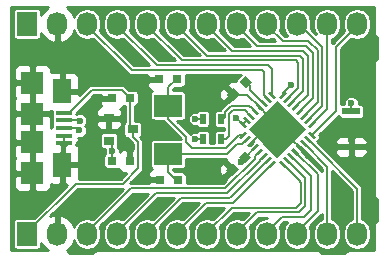
<source format=gtl>
G04 #@! TF.FileFunction,Copper,L1,Top,Signal*
%FSLAX46Y46*%
G04 Gerber Fmt 4.6, Leading zero omitted, Abs format (unit mm)*
G04 Created by KiCad (PCBNEW 4.0.5+dfsg1-4) date Sun Sep 17 22:55:48 2017*
%MOMM*%
%LPD*%
G01*
G04 APERTURE LIST*
%ADD10C,0.100000*%
%ADD11R,0.800000X0.750000*%
%ADD12R,0.500000X0.900000*%
%ADD13R,1.350000X0.400000*%
%ADD14R,1.900000X1.900000*%
%ADD15R,1.600000X2.100000*%
%ADD16R,2.400000X1.900000*%
%ADD17R,1.500000X0.600000*%
%ADD18R,1.727200X2.032000*%
%ADD19O,1.727200X2.032000*%
%ADD20R,0.900000X0.800000*%
%ADD21C,0.600000*%
%ADD22C,0.203200*%
%ADD23C,0.254000*%
G04 APERTURE END LIST*
D10*
D11*
X114883500Y-88582500D03*
X116383500Y-88582500D03*
D12*
X124067000Y-85026500D03*
X122567000Y-85026500D03*
X124067000Y-86741000D03*
X122567000Y-86741000D03*
D11*
X116395500Y-83248500D03*
X114895500Y-83248500D03*
X120372000Y-81661000D03*
X118872000Y-81661000D03*
X120447500Y-90170000D03*
X118947500Y-90170000D03*
D13*
X110780000Y-84488500D03*
X110780000Y-85138500D03*
X110780000Y-85788500D03*
X110780000Y-86438500D03*
X110780000Y-87088500D03*
D14*
X108130000Y-84588500D03*
X108130000Y-86988500D03*
X108130000Y-81938500D03*
D15*
X110680000Y-82688500D03*
X110680000Y-88888500D03*
D14*
X108130000Y-89638500D03*
D16*
X119634000Y-87983500D03*
X119634000Y-83883500D03*
D10*
G36*
X125054992Y-89851338D02*
X124524662Y-89321008D01*
X125090348Y-88755322D01*
X125620678Y-89285652D01*
X125054992Y-89851338D01*
X125054992Y-89851338D01*
G37*
G36*
X126115652Y-88790678D02*
X125585322Y-88260348D01*
X126151008Y-87694662D01*
X126681338Y-88224992D01*
X126115652Y-88790678D01*
X126115652Y-88790678D01*
G37*
G36*
X125789728Y-86705228D02*
X125612951Y-86528451D01*
X126107926Y-86033476D01*
X126284703Y-86210253D01*
X125789728Y-86705228D01*
X125789728Y-86705228D01*
G37*
G36*
X126143281Y-87058782D02*
X125966504Y-86882005D01*
X126461479Y-86387030D01*
X126638256Y-86563807D01*
X126143281Y-87058782D01*
X126143281Y-87058782D01*
G37*
G36*
X126496835Y-87412335D02*
X126320058Y-87235558D01*
X126815033Y-86740583D01*
X126991810Y-86917360D01*
X126496835Y-87412335D01*
X126496835Y-87412335D01*
G37*
G36*
X126850388Y-87765889D02*
X126673611Y-87589112D01*
X127168586Y-87094137D01*
X127345363Y-87270914D01*
X126850388Y-87765889D01*
X126850388Y-87765889D01*
G37*
G36*
X127203941Y-88119442D02*
X127027164Y-87942665D01*
X127522139Y-87447690D01*
X127698916Y-87624467D01*
X127203941Y-88119442D01*
X127203941Y-88119442D01*
G37*
G36*
X127557495Y-88472995D02*
X127380718Y-88296218D01*
X127875693Y-87801243D01*
X128052470Y-87978020D01*
X127557495Y-88472995D01*
X127557495Y-88472995D01*
G37*
G36*
X127911048Y-88826549D02*
X127734271Y-88649772D01*
X128229246Y-88154797D01*
X128406023Y-88331574D01*
X127911048Y-88826549D01*
X127911048Y-88826549D01*
G37*
G36*
X128264602Y-89180102D02*
X128087825Y-89003325D01*
X128582800Y-88508350D01*
X128759577Y-88685127D01*
X128264602Y-89180102D01*
X128264602Y-89180102D01*
G37*
G36*
X129678815Y-89003325D02*
X129502038Y-89180102D01*
X129007063Y-88685127D01*
X129183840Y-88508350D01*
X129678815Y-89003325D01*
X129678815Y-89003325D01*
G37*
G36*
X130032369Y-88649772D02*
X129855592Y-88826549D01*
X129360617Y-88331574D01*
X129537394Y-88154797D01*
X130032369Y-88649772D01*
X130032369Y-88649772D01*
G37*
G36*
X130385922Y-88296218D02*
X130209145Y-88472995D01*
X129714170Y-87978020D01*
X129890947Y-87801243D01*
X130385922Y-88296218D01*
X130385922Y-88296218D01*
G37*
G36*
X130739476Y-87942665D02*
X130562699Y-88119442D01*
X130067724Y-87624467D01*
X130244501Y-87447690D01*
X130739476Y-87942665D01*
X130739476Y-87942665D01*
G37*
G36*
X131093029Y-87589112D02*
X130916252Y-87765889D01*
X130421277Y-87270914D01*
X130598054Y-87094137D01*
X131093029Y-87589112D01*
X131093029Y-87589112D01*
G37*
G36*
X131446582Y-87235558D02*
X131269805Y-87412335D01*
X130774830Y-86917360D01*
X130951607Y-86740583D01*
X131446582Y-87235558D01*
X131446582Y-87235558D01*
G37*
G36*
X131800136Y-86882005D02*
X131623359Y-87058782D01*
X131128384Y-86563807D01*
X131305161Y-86387030D01*
X131800136Y-86882005D01*
X131800136Y-86882005D01*
G37*
G36*
X132153689Y-86528451D02*
X131976912Y-86705228D01*
X131481937Y-86210253D01*
X131658714Y-86033476D01*
X132153689Y-86528451D01*
X132153689Y-86528451D01*
G37*
G36*
X131658714Y-85785990D02*
X131481937Y-85609213D01*
X131976912Y-85114238D01*
X132153689Y-85291015D01*
X131658714Y-85785990D01*
X131658714Y-85785990D01*
G37*
G36*
X131305161Y-85432436D02*
X131128384Y-85255659D01*
X131623359Y-84760684D01*
X131800136Y-84937461D01*
X131305161Y-85432436D01*
X131305161Y-85432436D01*
G37*
G36*
X130951607Y-85078883D02*
X130774830Y-84902106D01*
X131269805Y-84407131D01*
X131446582Y-84583908D01*
X130951607Y-85078883D01*
X130951607Y-85078883D01*
G37*
G36*
X130598054Y-84725329D02*
X130421277Y-84548552D01*
X130916252Y-84053577D01*
X131093029Y-84230354D01*
X130598054Y-84725329D01*
X130598054Y-84725329D01*
G37*
G36*
X130244501Y-84371776D02*
X130067724Y-84194999D01*
X130562699Y-83700024D01*
X130739476Y-83876801D01*
X130244501Y-84371776D01*
X130244501Y-84371776D01*
G37*
G36*
X129890947Y-84018223D02*
X129714170Y-83841446D01*
X130209145Y-83346471D01*
X130385922Y-83523248D01*
X129890947Y-84018223D01*
X129890947Y-84018223D01*
G37*
G36*
X129537394Y-83664669D02*
X129360617Y-83487892D01*
X129855592Y-82992917D01*
X130032369Y-83169694D01*
X129537394Y-83664669D01*
X129537394Y-83664669D01*
G37*
G36*
X129183840Y-83311116D02*
X129007063Y-83134339D01*
X129502038Y-82639364D01*
X129678815Y-82816141D01*
X129183840Y-83311116D01*
X129183840Y-83311116D01*
G37*
G36*
X128759577Y-83134339D02*
X128582800Y-83311116D01*
X128087825Y-82816141D01*
X128264602Y-82639364D01*
X128759577Y-83134339D01*
X128759577Y-83134339D01*
G37*
G36*
X128406023Y-83487892D02*
X128229246Y-83664669D01*
X127734271Y-83169694D01*
X127911048Y-82992917D01*
X128406023Y-83487892D01*
X128406023Y-83487892D01*
G37*
G36*
X128052470Y-83841446D02*
X127875693Y-84018223D01*
X127380718Y-83523248D01*
X127557495Y-83346471D01*
X128052470Y-83841446D01*
X128052470Y-83841446D01*
G37*
G36*
X127698916Y-84194999D02*
X127522139Y-84371776D01*
X127027164Y-83876801D01*
X127203941Y-83700024D01*
X127698916Y-84194999D01*
X127698916Y-84194999D01*
G37*
G36*
X127345363Y-84548552D02*
X127168586Y-84725329D01*
X126673611Y-84230354D01*
X126850388Y-84053577D01*
X127345363Y-84548552D01*
X127345363Y-84548552D01*
G37*
G36*
X126991810Y-84902106D02*
X126815033Y-85078883D01*
X126320058Y-84583908D01*
X126496835Y-84407131D01*
X126991810Y-84902106D01*
X126991810Y-84902106D01*
G37*
G36*
X126638256Y-85255659D02*
X126461479Y-85432436D01*
X125966504Y-84937461D01*
X126143281Y-84760684D01*
X126638256Y-85255659D01*
X126638256Y-85255659D01*
G37*
G36*
X126284703Y-85609213D02*
X126107926Y-85785990D01*
X125612951Y-85291015D01*
X125789728Y-85114238D01*
X126284703Y-85609213D01*
X126284703Y-85609213D01*
G37*
G36*
X130103079Y-87129492D02*
X128883320Y-85909733D01*
X130103079Y-84689974D01*
X131322838Y-85909733D01*
X130103079Y-87129492D01*
X130103079Y-87129492D01*
G37*
G36*
X128883320Y-85909733D02*
X127663561Y-84689974D01*
X128883320Y-83470215D01*
X130103079Y-84689974D01*
X128883320Y-85909733D01*
X128883320Y-85909733D01*
G37*
G36*
X128883320Y-88349251D02*
X127663561Y-87129492D01*
X128883320Y-85909733D01*
X130103079Y-87129492D01*
X128883320Y-88349251D01*
X128883320Y-88349251D01*
G37*
G36*
X127663561Y-87129492D02*
X126443802Y-85909733D01*
X127663561Y-84689974D01*
X128883320Y-85909733D01*
X127663561Y-87129492D01*
X127663561Y-87129492D01*
G37*
G36*
X125118492Y-83501338D02*
X124588162Y-82971008D01*
X125153848Y-82405322D01*
X125684178Y-82935652D01*
X125118492Y-83501338D01*
X125118492Y-83501338D01*
G37*
G36*
X126179152Y-82440678D02*
X125648822Y-81910348D01*
X126214508Y-81344662D01*
X126744838Y-81874992D01*
X126179152Y-82440678D01*
X126179152Y-82440678D01*
G37*
D17*
X135128000Y-84376000D03*
X135128000Y-87376000D03*
D18*
X107696000Y-76962000D03*
D19*
X110236000Y-76962000D03*
X112776000Y-76962000D03*
X115316000Y-76962000D03*
X117856000Y-76962000D03*
X120396000Y-76962000D03*
X122936000Y-76962000D03*
X125476000Y-76962000D03*
X128016000Y-76962000D03*
X130556000Y-76962000D03*
X133096000Y-76962000D03*
X135636000Y-76962000D03*
D18*
X107696000Y-94742000D03*
D19*
X110236000Y-94742000D03*
X112776000Y-94742000D03*
X115316000Y-94742000D03*
X117856000Y-94742000D03*
X120396000Y-94742000D03*
X122936000Y-94742000D03*
X125476000Y-94742000D03*
X128016000Y-94742000D03*
X130556000Y-94742000D03*
X133096000Y-94742000D03*
X135636000Y-94742000D03*
D20*
X114617500Y-84963000D03*
X114617500Y-86863000D03*
X116617500Y-85913000D03*
D21*
X124523500Y-89916000D03*
X135128000Y-86677500D03*
X128883320Y-84689974D03*
X127663561Y-85909733D03*
X128883320Y-87129492D03*
X130103079Y-85909733D03*
X114883500Y-87757000D03*
X125793500Y-88646000D03*
X125412500Y-84899500D03*
X121920000Y-86741000D03*
X112141000Y-85153500D03*
X121920000Y-85026500D03*
X112114943Y-85982760D03*
X135128000Y-83693000D03*
X130048000Y-82105500D03*
D22*
X124494836Y-87503000D02*
X121666000Y-87503000D01*
X121666000Y-87503000D02*
X121138801Y-86975801D01*
X121138801Y-86975801D02*
X121138801Y-86541501D01*
X121138801Y-86541501D02*
X119634000Y-85036700D01*
X119634000Y-85036700D02*
X119634000Y-83883500D01*
X125948827Y-86369352D02*
X125628484Y-86369352D01*
X125628484Y-86369352D02*
X124494836Y-87503000D01*
X119634000Y-83883500D02*
X119634000Y-82310500D01*
X120347000Y-81597500D02*
X120372000Y-81597500D01*
X119634000Y-82310500D02*
X120347000Y-81597500D01*
X110780000Y-87088500D02*
X110780000Y-86438500D01*
X125072670Y-89303330D02*
X125072670Y-89366830D01*
X125072670Y-89366830D02*
X124523500Y-89916000D01*
X127363040Y-84035900D02*
X126280470Y-82953330D01*
X126280470Y-82953330D02*
X125136170Y-82953330D01*
X135128000Y-87376000D02*
X135128000Y-86677500D01*
X130757153Y-87430013D02*
X130103079Y-86775939D01*
X130103079Y-86775939D02*
X130103079Y-85909733D01*
X127363040Y-84035900D02*
X128017114Y-84689974D01*
X128017114Y-84689974D02*
X128883320Y-84689974D01*
X126655934Y-87076459D02*
X127663561Y-86068832D01*
X127663561Y-86068832D02*
X127663561Y-85909733D01*
X119634000Y-87983500D02*
X124589086Y-87983500D01*
X125463287Y-87109299D02*
X125915987Y-87109299D01*
X124589086Y-87983500D02*
X125463287Y-87109299D01*
X125915987Y-87109299D02*
X125984183Y-87041103D01*
X125984183Y-87041103D02*
X126302380Y-86722906D01*
X119634000Y-87983500D02*
X119634000Y-89520500D01*
X119634000Y-89520500D02*
X120347000Y-90233500D01*
X120347000Y-90233500D02*
X120372000Y-90233500D01*
X126196830Y-81892670D02*
X126532705Y-82228545D01*
X126532705Y-82228545D02*
X126532705Y-82597719D01*
X126532705Y-82597719D02*
X127617333Y-83682347D01*
X127617333Y-83682347D02*
X127716594Y-83682347D01*
X114883500Y-88582500D02*
X114883500Y-87757000D01*
X114883500Y-87757000D02*
X114883500Y-87129000D01*
X126133330Y-88242670D02*
X126133330Y-88306170D01*
X126133330Y-88306170D02*
X125793500Y-88646000D01*
X126133330Y-88242670D02*
X126196830Y-88242670D01*
X126196830Y-88242670D02*
X127009487Y-87430013D01*
X125412500Y-84899500D02*
X125412500Y-84913787D01*
X125412500Y-84913787D02*
X125948827Y-85450114D01*
X125948827Y-85450114D02*
X125948827Y-85450113D01*
X125948827Y-85450113D02*
X126302380Y-85096560D01*
X114883500Y-87129000D02*
X114617500Y-86863000D01*
X107696000Y-94742000D02*
X107696000Y-94589600D01*
X117088301Y-86987001D02*
X116617500Y-86516200D01*
X107696000Y-94589600D02*
X111785469Y-90500131D01*
X111785469Y-90500131D02*
X115789511Y-90500131D01*
X115789511Y-90500131D02*
X117088301Y-89201341D01*
X117088301Y-89201341D02*
X117088301Y-86987001D01*
X116617500Y-86516200D02*
X116617500Y-85913000D01*
X110780000Y-84488500D02*
X111255000Y-84488500D01*
X111255000Y-84488500D02*
X113174801Y-82568699D01*
X115690699Y-82568699D02*
X116370500Y-83248500D01*
X113174801Y-82568699D02*
X115690699Y-82568699D01*
X116370500Y-83248500D02*
X116395500Y-83248500D01*
X116395500Y-83248500D02*
X116395500Y-85691000D01*
X116395500Y-85691000D02*
X116617500Y-85913000D01*
X121920000Y-86741000D02*
X122567000Y-86741000D01*
X110780000Y-85138500D02*
X112126000Y-85138500D01*
X112126000Y-85138500D02*
X112141000Y-85153500D01*
X121920000Y-85026500D02*
X122567000Y-85026500D01*
X110780000Y-85788500D02*
X111920683Y-85788500D01*
X111920683Y-85788500D02*
X112114943Y-85982760D01*
X131817813Y-85450114D02*
X133096000Y-84171927D01*
X133096000Y-84171927D02*
X133096000Y-76962000D01*
X132117354Y-87413354D02*
X135636000Y-90932000D01*
X135636000Y-90932000D02*
X135636000Y-94742000D01*
X131464260Y-86722906D02*
X132117354Y-87376000D01*
X132117354Y-87376000D02*
X132117354Y-87413354D01*
X133859165Y-84328000D02*
X133859165Y-78891235D01*
X133859165Y-78891235D02*
X135636000Y-77114400D01*
X135636000Y-77114400D02*
X135636000Y-76962000D01*
X131817813Y-86369352D02*
X133859165Y-84328000D01*
X135128000Y-83693000D02*
X135128000Y-84376000D01*
X129342939Y-82975240D02*
X129342939Y-82810561D01*
X129342939Y-82810561D02*
X130048000Y-82105500D01*
X124478960Y-90906540D02*
X116459060Y-90906540D01*
X116459060Y-90906540D02*
X112776000Y-94589600D01*
X112776000Y-94589600D02*
X112776000Y-94742000D01*
X127363040Y-87783566D02*
X126991987Y-88154619D01*
X126991987Y-88154619D02*
X126991987Y-88393513D01*
X126991987Y-88393513D02*
X124478960Y-90906540D01*
X127398397Y-88587673D02*
X127372577Y-88587673D01*
X127372577Y-88587673D02*
X124647300Y-91312950D01*
X124647300Y-91312950D02*
X118592650Y-91312950D01*
X118592650Y-91312950D02*
X115316000Y-94589600D01*
X115316000Y-94589600D02*
X115316000Y-94742000D01*
X127716594Y-88137119D02*
X127398397Y-88455316D01*
X127398397Y-88455316D02*
X127398397Y-88587673D01*
X124904500Y-91630500D02*
X124815640Y-91719360D01*
X124815640Y-91719360D02*
X120726240Y-91719360D01*
X120726240Y-91719360D02*
X117856000Y-94589600D01*
X117856000Y-94589600D02*
X117856000Y-94742000D01*
X124930320Y-91630500D02*
X124904500Y-91630500D01*
X128070147Y-88490673D02*
X124930320Y-91630500D01*
X128423701Y-88844226D02*
X128105504Y-89162423D01*
X122859830Y-92125770D02*
X120396000Y-94589600D01*
X128105504Y-89162423D02*
X128071077Y-89162423D01*
X128071077Y-89162423D02*
X125107730Y-92125770D01*
X125107730Y-92125770D02*
X122859830Y-92125770D01*
X120396000Y-94589600D02*
X120396000Y-94742000D01*
X130479820Y-92532180D02*
X124993420Y-92532180D01*
X124993420Y-92532180D02*
X122936000Y-94589600D01*
X122936000Y-94589600D02*
X122936000Y-94742000D01*
X130848090Y-90398590D02*
X130848090Y-92163910D01*
X130848090Y-92163910D02*
X130479820Y-92532180D01*
X130795713Y-90297000D02*
X130795713Y-90346213D01*
X130795713Y-90346213D02*
X130848090Y-90398590D01*
X129342939Y-88844226D02*
X130795713Y-90297000D01*
X129696493Y-88490673D02*
X130014690Y-88808870D01*
X130014690Y-88808870D02*
X130020370Y-88808870D01*
X125476000Y-94589600D02*
X125476000Y-94742000D01*
X130020370Y-88808870D02*
X131254500Y-90043000D01*
X131254500Y-90043000D02*
X131254500Y-92392500D01*
X131254500Y-92392500D02*
X130708410Y-92938590D01*
X130708410Y-92938590D02*
X127127010Y-92938590D01*
X127127010Y-92938590D02*
X125476000Y-94589600D01*
X131127500Y-93345000D02*
X129260600Y-93345000D01*
X129260600Y-93345000D02*
X128016000Y-94589600D01*
X128016000Y-94589600D02*
X128016000Y-94742000D01*
X131762500Y-92710000D02*
X131127500Y-93345000D01*
X131762500Y-89852500D02*
X131762500Y-92710000D01*
X130368243Y-88458243D02*
X131762500Y-89852500D01*
X130050046Y-88137119D02*
X130368243Y-88455316D01*
X130368243Y-88455316D02*
X130368243Y-88458243D01*
X132334000Y-92837000D02*
X132308600Y-92837000D01*
X132308600Y-92837000D02*
X130556000Y-94589600D01*
X130556000Y-94589600D02*
X130556000Y-94742000D01*
X132334000Y-89713966D02*
X132334000Y-92837000D01*
X130403600Y-87783566D02*
X132334000Y-89713966D01*
X131110706Y-87076459D02*
X133096000Y-89061753D01*
X133096000Y-89061753D02*
X133096000Y-94742000D01*
X127546140Y-80873640D02*
X116535240Y-80873640D01*
X116535240Y-80873640D02*
X112776000Y-77114400D01*
X112776000Y-77114400D02*
X112776000Y-76962000D01*
X128070147Y-83328793D02*
X127751950Y-83010596D01*
X127751950Y-81079450D02*
X127546140Y-80873640D01*
X127751950Y-83010596D02*
X127751950Y-81079450D01*
X128423701Y-80811431D02*
X128079500Y-80467230D01*
X128079500Y-80467230D02*
X118668830Y-80467230D01*
X118668830Y-80467230D02*
X115316000Y-77114400D01*
X115316000Y-77114400D02*
X115316000Y-76962000D01*
X128423701Y-82975240D02*
X128423701Y-80811431D01*
X130416320Y-80060820D02*
X120802420Y-80060820D01*
X120802420Y-80060820D02*
X117856000Y-77114400D01*
X117856000Y-77114400D02*
X117856000Y-76962000D01*
X130657540Y-82367746D02*
X130657540Y-80302040D01*
X130657540Y-80302040D02*
X130416320Y-80060820D01*
X129696493Y-83328793D02*
X130657540Y-82367746D01*
X130771910Y-79654410D02*
X122936010Y-79654410D01*
X120396000Y-77114400D02*
X120396000Y-76962000D01*
X122936010Y-79654410D02*
X120396000Y-77114400D01*
X131063950Y-79946450D02*
X130771910Y-79654410D01*
X131063950Y-82668443D02*
X131063950Y-79946450D01*
X130050046Y-83682347D02*
X131063950Y-82668443D01*
X131064000Y-79248000D02*
X125069600Y-79248000D01*
X125069600Y-79248000D02*
X122936000Y-77114400D01*
X122936000Y-77114400D02*
X122936000Y-76962000D01*
X131470360Y-82969140D02*
X131470360Y-79654360D01*
X131470360Y-79654360D02*
X131064000Y-79248000D01*
X130403600Y-84035900D02*
X131470360Y-82969140D01*
X131279910Y-78828910D02*
X127190510Y-78828910D01*
X127190510Y-78828910D02*
X125476000Y-77114400D01*
X125476000Y-77114400D02*
X125476000Y-76962000D01*
X131876770Y-79425770D02*
X131279910Y-78828910D01*
X131876770Y-83269836D02*
X131876770Y-79425770D01*
X130757153Y-84389453D02*
X131876770Y-83269836D01*
X131508500Y-78422500D02*
X129324100Y-78422500D01*
X129324100Y-78422500D02*
X128016000Y-77114400D01*
X128016000Y-77114400D02*
X128016000Y-76962000D01*
X132283180Y-79197180D02*
X131508500Y-78422500D01*
X132283180Y-83570533D02*
X132283180Y-79197180D01*
X131110706Y-84743007D02*
X132283180Y-83570533D01*
X131464260Y-85096560D02*
X131782457Y-84778363D01*
X131820137Y-84778363D02*
X132689590Y-83908910D01*
X131782457Y-84778363D02*
X131820137Y-84778363D01*
X132689590Y-83908910D02*
X132689590Y-78968590D01*
X132689590Y-78968590D02*
X130683000Y-76962000D01*
X130683000Y-76962000D02*
X130556000Y-76962000D01*
X124067000Y-85026500D02*
X124206000Y-85026500D01*
X124206000Y-85026500D02*
X124401289Y-84831211D01*
X124401289Y-84831211D02*
X124401290Y-84440854D01*
X126508323Y-83888289D02*
X126691290Y-84071256D01*
X124401290Y-84440854D02*
X124953855Y-83888289D01*
X124953855Y-83888289D02*
X126508323Y-83888289D01*
X126691290Y-84071256D02*
X127009487Y-84389453D01*
X124067000Y-86741000D02*
X124520200Y-86741000D01*
X124520200Y-86741000D02*
X124807699Y-86453501D01*
X124807699Y-84609195D02*
X125122195Y-84294699D01*
X126556673Y-84743007D02*
X126655934Y-84743007D01*
X124807699Y-86453501D02*
X124807699Y-84609195D01*
X125122195Y-84294699D02*
X126108365Y-84294699D01*
X126108365Y-84294699D02*
X126556673Y-84743007D01*
D23*
G36*
X137033800Y-77724000D02*
X137062741Y-77869496D01*
X137145158Y-77992842D01*
X137268504Y-78075259D01*
X137287000Y-78078938D01*
X137287000Y-79909062D01*
X137268504Y-79912741D01*
X137145158Y-79995158D01*
X137062741Y-80118504D01*
X137033800Y-80264000D01*
X137033800Y-91440000D01*
X137062741Y-91585496D01*
X137145158Y-91708842D01*
X137268504Y-91791259D01*
X137287000Y-91794938D01*
X137287000Y-93625062D01*
X137268504Y-93628741D01*
X137145158Y-93711158D01*
X137062741Y-93834504D01*
X137033800Y-93980000D01*
X137033800Y-96139800D01*
X134874000Y-96139800D01*
X134728504Y-96168741D01*
X134605158Y-96251158D01*
X134522741Y-96374504D01*
X134519062Y-96393000D01*
X132688938Y-96393000D01*
X132685259Y-96374504D01*
X132602842Y-96251158D01*
X132479496Y-96168741D01*
X132334000Y-96139800D01*
X113538000Y-96139800D01*
X113392504Y-96168741D01*
X113269158Y-96251158D01*
X113186741Y-96374504D01*
X113183062Y-96393000D01*
X111352938Y-96393000D01*
X111349259Y-96374504D01*
X111266842Y-96251158D01*
X111143496Y-96168741D01*
X111027955Y-96145758D01*
X111138036Y-96092732D01*
X111527954Y-95656320D01*
X111655806Y-95290815D01*
X111673073Y-95377621D01*
X111931856Y-95764918D01*
X112319153Y-96023701D01*
X112776000Y-96114574D01*
X113232847Y-96023701D01*
X113620144Y-95764918D01*
X113878927Y-95377621D01*
X113969800Y-94920774D01*
X113969800Y-94563226D01*
X113878927Y-94106379D01*
X113875303Y-94100955D01*
X116637917Y-91338340D01*
X117956602Y-91338340D01*
X115809891Y-93485051D01*
X115772847Y-93460299D01*
X115316000Y-93369426D01*
X114859153Y-93460299D01*
X114471856Y-93719082D01*
X114213073Y-94106379D01*
X114122200Y-94563226D01*
X114122200Y-94920774D01*
X114213073Y-95377621D01*
X114471856Y-95764918D01*
X114859153Y-96023701D01*
X115316000Y-96114574D01*
X115772847Y-96023701D01*
X116160144Y-95764918D01*
X116418927Y-95377621D01*
X116509800Y-94920774D01*
X116509800Y-94563226D01*
X116418927Y-94106379D01*
X116415303Y-94100955D01*
X118771508Y-91744750D01*
X120090193Y-91744750D01*
X118349891Y-93485051D01*
X118312847Y-93460299D01*
X117856000Y-93369426D01*
X117399153Y-93460299D01*
X117011856Y-93719082D01*
X116753073Y-94106379D01*
X116662200Y-94563226D01*
X116662200Y-94920774D01*
X116753073Y-95377621D01*
X117011856Y-95764918D01*
X117399153Y-96023701D01*
X117856000Y-96114574D01*
X118312847Y-96023701D01*
X118700144Y-95764918D01*
X118958927Y-95377621D01*
X119049800Y-94920774D01*
X119049800Y-94563226D01*
X118958927Y-94106379D01*
X118955303Y-94100955D01*
X120905097Y-92151160D01*
X122223782Y-92151160D01*
X120889891Y-93485051D01*
X120852847Y-93460299D01*
X120396000Y-93369426D01*
X119939153Y-93460299D01*
X119551856Y-93719082D01*
X119293073Y-94106379D01*
X119202200Y-94563226D01*
X119202200Y-94920774D01*
X119293073Y-95377621D01*
X119551856Y-95764918D01*
X119939153Y-96023701D01*
X120396000Y-96114574D01*
X120852847Y-96023701D01*
X121240144Y-95764918D01*
X121498927Y-95377621D01*
X121589800Y-94920774D01*
X121589800Y-94563226D01*
X121498927Y-94106379D01*
X121495303Y-94100955D01*
X123038688Y-92557570D01*
X124357372Y-92557570D01*
X123429891Y-93485051D01*
X123392847Y-93460299D01*
X122936000Y-93369426D01*
X122479153Y-93460299D01*
X122091856Y-93719082D01*
X121833073Y-94106379D01*
X121742200Y-94563226D01*
X121742200Y-94920774D01*
X121833073Y-95377621D01*
X122091856Y-95764918D01*
X122479153Y-96023701D01*
X122936000Y-96114574D01*
X123392847Y-96023701D01*
X123780144Y-95764918D01*
X124038927Y-95377621D01*
X124129800Y-94920774D01*
X124129800Y-94563226D01*
X124038927Y-94106379D01*
X124035303Y-94100955D01*
X125172278Y-92963980D01*
X126490962Y-92963980D01*
X125969891Y-93485051D01*
X125932847Y-93460299D01*
X125476000Y-93369426D01*
X125019153Y-93460299D01*
X124631856Y-93719082D01*
X124373073Y-94106379D01*
X124282200Y-94563226D01*
X124282200Y-94920774D01*
X124373073Y-95377621D01*
X124631856Y-95764918D01*
X125019153Y-96023701D01*
X125476000Y-96114574D01*
X125932847Y-96023701D01*
X126320144Y-95764918D01*
X126578927Y-95377621D01*
X126669800Y-94920774D01*
X126669800Y-94563226D01*
X126578927Y-94106379D01*
X126575303Y-94100955D01*
X127305868Y-93370390D01*
X128011154Y-93370390D01*
X127559153Y-93460299D01*
X127171856Y-93719082D01*
X126913073Y-94106379D01*
X126822200Y-94563226D01*
X126822200Y-94920774D01*
X126913073Y-95377621D01*
X127171856Y-95764918D01*
X127559153Y-96023701D01*
X128016000Y-96114574D01*
X128472847Y-96023701D01*
X128860144Y-95764918D01*
X129118927Y-95377621D01*
X129209800Y-94920774D01*
X129209800Y-94563226D01*
X129118927Y-94106379D01*
X129115303Y-94100955D01*
X129439458Y-93776800D01*
X129673290Y-93776800D01*
X129453073Y-94106379D01*
X129362200Y-94563226D01*
X129362200Y-94920774D01*
X129453073Y-95377621D01*
X129711856Y-95764918D01*
X130099153Y-96023701D01*
X130556000Y-96114574D01*
X131012847Y-96023701D01*
X131400144Y-95764918D01*
X131658927Y-95377621D01*
X131749800Y-94920774D01*
X131749800Y-94563226D01*
X131658927Y-94106379D01*
X131655303Y-94100955D01*
X132562780Y-93193477D01*
X132639329Y-93142329D01*
X132664200Y-93105107D01*
X132664200Y-93455317D01*
X132639153Y-93460299D01*
X132251856Y-93719082D01*
X131993073Y-94106379D01*
X131902200Y-94563226D01*
X131902200Y-94920774D01*
X131993073Y-95377621D01*
X132251856Y-95764918D01*
X132639153Y-96023701D01*
X133096000Y-96114574D01*
X133552847Y-96023701D01*
X133940144Y-95764918D01*
X134198927Y-95377621D01*
X134289800Y-94920774D01*
X134289800Y-94563226D01*
X134198927Y-94106379D01*
X133940144Y-93719082D01*
X133552847Y-93460299D01*
X133527800Y-93455317D01*
X133527800Y-89434458D01*
X135204200Y-91110858D01*
X135204200Y-93455317D01*
X135179153Y-93460299D01*
X134791856Y-93719082D01*
X134533073Y-94106379D01*
X134442200Y-94563226D01*
X134442200Y-94920774D01*
X134533073Y-95377621D01*
X134791856Y-95764918D01*
X135179153Y-96023701D01*
X135636000Y-96114574D01*
X136092847Y-96023701D01*
X136480144Y-95764918D01*
X136738927Y-95377621D01*
X136829800Y-94920774D01*
X136829800Y-94563226D01*
X136738927Y-94106379D01*
X136480144Y-93719082D01*
X136092847Y-93460299D01*
X136067800Y-93455317D01*
X136067800Y-90932000D01*
X136034931Y-90766757D01*
X135941329Y-90626671D01*
X132976408Y-87661750D01*
X133743000Y-87661750D01*
X133743000Y-87802309D01*
X133839673Y-88035698D01*
X134018301Y-88214327D01*
X134251690Y-88311000D01*
X134842250Y-88311000D01*
X135001000Y-88152250D01*
X135001000Y-87503000D01*
X135255000Y-87503000D01*
X135255000Y-88152250D01*
X135413750Y-88311000D01*
X136004310Y-88311000D01*
X136237699Y-88214327D01*
X136416327Y-88035698D01*
X136513000Y-87802309D01*
X136513000Y-87661750D01*
X136354250Y-87503000D01*
X135255000Y-87503000D01*
X135001000Y-87503000D01*
X133901750Y-87503000D01*
X133743000Y-87661750D01*
X132976408Y-87661750D01*
X132497900Y-87183242D01*
X132422683Y-87070671D01*
X132422680Y-87070669D01*
X132301703Y-86949691D01*
X133743000Y-86949691D01*
X133743000Y-87090250D01*
X133901750Y-87249000D01*
X135001000Y-87249000D01*
X135001000Y-86599750D01*
X135255000Y-86599750D01*
X135255000Y-87249000D01*
X136354250Y-87249000D01*
X136513000Y-87090250D01*
X136513000Y-86949691D01*
X136416327Y-86716302D01*
X136237699Y-86537673D01*
X136004310Y-86441000D01*
X135413750Y-86441000D01*
X135255000Y-86599750D01*
X135001000Y-86599750D01*
X134842250Y-86441000D01*
X134251690Y-86441000D01*
X134018301Y-86537673D01*
X133839673Y-86716302D01*
X133743000Y-86949691D01*
X132301703Y-86949691D01*
X132255137Y-86903125D01*
X132391750Y-86766512D01*
X132461994Y-86663706D01*
X132490326Y-86533102D01*
X132465613Y-86401765D01*
X132437878Y-86359945D01*
X134054078Y-84743744D01*
X134064356Y-84798365D01*
X134136673Y-84910749D01*
X134247017Y-84986144D01*
X134378000Y-85012669D01*
X135878000Y-85012669D01*
X136000365Y-84989644D01*
X136112749Y-84917327D01*
X136188144Y-84806983D01*
X136214669Y-84676000D01*
X136214669Y-84076000D01*
X136191644Y-83953635D01*
X136119327Y-83841251D01*
X136008983Y-83765856D01*
X135878000Y-83739331D01*
X135758160Y-83739331D01*
X135758309Y-83568195D01*
X135662569Y-83336487D01*
X135485446Y-83159054D01*
X135253904Y-83062910D01*
X135003195Y-83062691D01*
X134771487Y-83158431D01*
X134594054Y-83335554D01*
X134497910Y-83567096D01*
X134497760Y-83739331D01*
X134378000Y-83739331D01*
X134290965Y-83755708D01*
X134290965Y-79070093D01*
X135142109Y-78218949D01*
X135179153Y-78243701D01*
X135636000Y-78334574D01*
X136092847Y-78243701D01*
X136480144Y-77984918D01*
X136738927Y-77597621D01*
X136829800Y-77140774D01*
X136829800Y-76783226D01*
X136738927Y-76326379D01*
X136480144Y-75939082D01*
X136092847Y-75680299D01*
X135636000Y-75589426D01*
X135179153Y-75680299D01*
X134791856Y-75939082D01*
X134533073Y-76326379D01*
X134442200Y-76783226D01*
X134442200Y-77140774D01*
X134533073Y-77597621D01*
X134536697Y-77603045D01*
X133553836Y-78585906D01*
X133527800Y-78624872D01*
X133527800Y-78248683D01*
X133552847Y-78243701D01*
X133940144Y-77984918D01*
X134198927Y-77597621D01*
X134289800Y-77140774D01*
X134289800Y-76783226D01*
X134198927Y-76326379D01*
X133940144Y-75939082D01*
X133552847Y-75680299D01*
X133096000Y-75589426D01*
X132639153Y-75680299D01*
X132251856Y-75939082D01*
X131993073Y-76326379D01*
X131902200Y-76783226D01*
X131902200Y-77140774D01*
X131993073Y-77597621D01*
X132121532Y-77789874D01*
X131703781Y-77372123D01*
X131749800Y-77140774D01*
X131749800Y-76783226D01*
X131658927Y-76326379D01*
X131400144Y-75939082D01*
X131012847Y-75680299D01*
X130556000Y-75589426D01*
X130099153Y-75680299D01*
X129711856Y-75939082D01*
X129453073Y-76326379D01*
X129362200Y-76783226D01*
X129362200Y-77140774D01*
X129453073Y-77597621D01*
X129711856Y-77984918D01*
X129720509Y-77990700D01*
X129502958Y-77990700D01*
X129115303Y-77603045D01*
X129118927Y-77597621D01*
X129209800Y-77140774D01*
X129209800Y-76783226D01*
X129118927Y-76326379D01*
X128860144Y-75939082D01*
X128472847Y-75680299D01*
X128016000Y-75589426D01*
X127559153Y-75680299D01*
X127171856Y-75939082D01*
X126913073Y-76326379D01*
X126822200Y-76783226D01*
X126822200Y-77140774D01*
X126913073Y-77597621D01*
X127171856Y-77984918D01*
X127559153Y-78243701D01*
X128016000Y-78334574D01*
X128472847Y-78243701D01*
X128509891Y-78218949D01*
X128688052Y-78397110D01*
X127369367Y-78397110D01*
X126575303Y-77603045D01*
X126578927Y-77597621D01*
X126669800Y-77140774D01*
X126669800Y-76783226D01*
X126578927Y-76326379D01*
X126320144Y-75939082D01*
X125932847Y-75680299D01*
X125476000Y-75589426D01*
X125019153Y-75680299D01*
X124631856Y-75939082D01*
X124373073Y-76326379D01*
X124282200Y-76783226D01*
X124282200Y-77140774D01*
X124373073Y-77597621D01*
X124631856Y-77984918D01*
X125019153Y-78243701D01*
X125476000Y-78334574D01*
X125932847Y-78243701D01*
X125969891Y-78218949D01*
X126567143Y-78816200D01*
X125248458Y-78816200D01*
X124035303Y-77603045D01*
X124038927Y-77597621D01*
X124129800Y-77140774D01*
X124129800Y-76783226D01*
X124038927Y-76326379D01*
X123780144Y-75939082D01*
X123392847Y-75680299D01*
X122936000Y-75589426D01*
X122479153Y-75680299D01*
X122091856Y-75939082D01*
X121833073Y-76326379D01*
X121742200Y-76783226D01*
X121742200Y-77140774D01*
X121833073Y-77597621D01*
X122091856Y-77984918D01*
X122479153Y-78243701D01*
X122936000Y-78334574D01*
X123392847Y-78243701D01*
X123429891Y-78218949D01*
X124433552Y-79222610D01*
X123114867Y-79222610D01*
X121495303Y-77603045D01*
X121498927Y-77597621D01*
X121589800Y-77140774D01*
X121589800Y-76783226D01*
X121498927Y-76326379D01*
X121240144Y-75939082D01*
X120852847Y-75680299D01*
X120396000Y-75589426D01*
X119939153Y-75680299D01*
X119551856Y-75939082D01*
X119293073Y-76326379D01*
X119202200Y-76783226D01*
X119202200Y-77140774D01*
X119293073Y-77597621D01*
X119551856Y-77984918D01*
X119939153Y-78243701D01*
X120396000Y-78334574D01*
X120852847Y-78243701D01*
X120889891Y-78218949D01*
X122299963Y-79629020D01*
X120981278Y-79629020D01*
X118955303Y-77603045D01*
X118958927Y-77597621D01*
X119049800Y-77140774D01*
X119049800Y-76783226D01*
X118958927Y-76326379D01*
X118700144Y-75939082D01*
X118312847Y-75680299D01*
X117856000Y-75589426D01*
X117399153Y-75680299D01*
X117011856Y-75939082D01*
X116753073Y-76326379D01*
X116662200Y-76783226D01*
X116662200Y-77140774D01*
X116753073Y-77597621D01*
X117011856Y-77984918D01*
X117399153Y-78243701D01*
X117856000Y-78334574D01*
X118312847Y-78243701D01*
X118349891Y-78218949D01*
X120166372Y-80035430D01*
X118847687Y-80035430D01*
X116415303Y-77603045D01*
X116418927Y-77597621D01*
X116509800Y-77140774D01*
X116509800Y-76783226D01*
X116418927Y-76326379D01*
X116160144Y-75939082D01*
X115772847Y-75680299D01*
X115316000Y-75589426D01*
X114859153Y-75680299D01*
X114471856Y-75939082D01*
X114213073Y-76326379D01*
X114122200Y-76783226D01*
X114122200Y-77140774D01*
X114213073Y-77597621D01*
X114471856Y-77984918D01*
X114859153Y-78243701D01*
X115316000Y-78334574D01*
X115772847Y-78243701D01*
X115809891Y-78218949D01*
X118032783Y-80441840D01*
X116714098Y-80441840D01*
X113875303Y-77603045D01*
X113878927Y-77597621D01*
X113969800Y-77140774D01*
X113969800Y-76783226D01*
X113878927Y-76326379D01*
X113620144Y-75939082D01*
X113232847Y-75680299D01*
X112776000Y-75589426D01*
X112319153Y-75680299D01*
X111931856Y-75939082D01*
X111673073Y-76326379D01*
X111655806Y-76413185D01*
X111527954Y-76047680D01*
X111138036Y-75611268D01*
X111040325Y-75564200D01*
X137033800Y-75564200D01*
X137033800Y-77724000D01*
X137033800Y-77724000D01*
G37*
X137033800Y-77724000D02*
X137062741Y-77869496D01*
X137145158Y-77992842D01*
X137268504Y-78075259D01*
X137287000Y-78078938D01*
X137287000Y-79909062D01*
X137268504Y-79912741D01*
X137145158Y-79995158D01*
X137062741Y-80118504D01*
X137033800Y-80264000D01*
X137033800Y-91440000D01*
X137062741Y-91585496D01*
X137145158Y-91708842D01*
X137268504Y-91791259D01*
X137287000Y-91794938D01*
X137287000Y-93625062D01*
X137268504Y-93628741D01*
X137145158Y-93711158D01*
X137062741Y-93834504D01*
X137033800Y-93980000D01*
X137033800Y-96139800D01*
X134874000Y-96139800D01*
X134728504Y-96168741D01*
X134605158Y-96251158D01*
X134522741Y-96374504D01*
X134519062Y-96393000D01*
X132688938Y-96393000D01*
X132685259Y-96374504D01*
X132602842Y-96251158D01*
X132479496Y-96168741D01*
X132334000Y-96139800D01*
X113538000Y-96139800D01*
X113392504Y-96168741D01*
X113269158Y-96251158D01*
X113186741Y-96374504D01*
X113183062Y-96393000D01*
X111352938Y-96393000D01*
X111349259Y-96374504D01*
X111266842Y-96251158D01*
X111143496Y-96168741D01*
X111027955Y-96145758D01*
X111138036Y-96092732D01*
X111527954Y-95656320D01*
X111655806Y-95290815D01*
X111673073Y-95377621D01*
X111931856Y-95764918D01*
X112319153Y-96023701D01*
X112776000Y-96114574D01*
X113232847Y-96023701D01*
X113620144Y-95764918D01*
X113878927Y-95377621D01*
X113969800Y-94920774D01*
X113969800Y-94563226D01*
X113878927Y-94106379D01*
X113875303Y-94100955D01*
X116637917Y-91338340D01*
X117956602Y-91338340D01*
X115809891Y-93485051D01*
X115772847Y-93460299D01*
X115316000Y-93369426D01*
X114859153Y-93460299D01*
X114471856Y-93719082D01*
X114213073Y-94106379D01*
X114122200Y-94563226D01*
X114122200Y-94920774D01*
X114213073Y-95377621D01*
X114471856Y-95764918D01*
X114859153Y-96023701D01*
X115316000Y-96114574D01*
X115772847Y-96023701D01*
X116160144Y-95764918D01*
X116418927Y-95377621D01*
X116509800Y-94920774D01*
X116509800Y-94563226D01*
X116418927Y-94106379D01*
X116415303Y-94100955D01*
X118771508Y-91744750D01*
X120090193Y-91744750D01*
X118349891Y-93485051D01*
X118312847Y-93460299D01*
X117856000Y-93369426D01*
X117399153Y-93460299D01*
X117011856Y-93719082D01*
X116753073Y-94106379D01*
X116662200Y-94563226D01*
X116662200Y-94920774D01*
X116753073Y-95377621D01*
X117011856Y-95764918D01*
X117399153Y-96023701D01*
X117856000Y-96114574D01*
X118312847Y-96023701D01*
X118700144Y-95764918D01*
X118958927Y-95377621D01*
X119049800Y-94920774D01*
X119049800Y-94563226D01*
X118958927Y-94106379D01*
X118955303Y-94100955D01*
X120905097Y-92151160D01*
X122223782Y-92151160D01*
X120889891Y-93485051D01*
X120852847Y-93460299D01*
X120396000Y-93369426D01*
X119939153Y-93460299D01*
X119551856Y-93719082D01*
X119293073Y-94106379D01*
X119202200Y-94563226D01*
X119202200Y-94920774D01*
X119293073Y-95377621D01*
X119551856Y-95764918D01*
X119939153Y-96023701D01*
X120396000Y-96114574D01*
X120852847Y-96023701D01*
X121240144Y-95764918D01*
X121498927Y-95377621D01*
X121589800Y-94920774D01*
X121589800Y-94563226D01*
X121498927Y-94106379D01*
X121495303Y-94100955D01*
X123038688Y-92557570D01*
X124357372Y-92557570D01*
X123429891Y-93485051D01*
X123392847Y-93460299D01*
X122936000Y-93369426D01*
X122479153Y-93460299D01*
X122091856Y-93719082D01*
X121833073Y-94106379D01*
X121742200Y-94563226D01*
X121742200Y-94920774D01*
X121833073Y-95377621D01*
X122091856Y-95764918D01*
X122479153Y-96023701D01*
X122936000Y-96114574D01*
X123392847Y-96023701D01*
X123780144Y-95764918D01*
X124038927Y-95377621D01*
X124129800Y-94920774D01*
X124129800Y-94563226D01*
X124038927Y-94106379D01*
X124035303Y-94100955D01*
X125172278Y-92963980D01*
X126490962Y-92963980D01*
X125969891Y-93485051D01*
X125932847Y-93460299D01*
X125476000Y-93369426D01*
X125019153Y-93460299D01*
X124631856Y-93719082D01*
X124373073Y-94106379D01*
X124282200Y-94563226D01*
X124282200Y-94920774D01*
X124373073Y-95377621D01*
X124631856Y-95764918D01*
X125019153Y-96023701D01*
X125476000Y-96114574D01*
X125932847Y-96023701D01*
X126320144Y-95764918D01*
X126578927Y-95377621D01*
X126669800Y-94920774D01*
X126669800Y-94563226D01*
X126578927Y-94106379D01*
X126575303Y-94100955D01*
X127305868Y-93370390D01*
X128011154Y-93370390D01*
X127559153Y-93460299D01*
X127171856Y-93719082D01*
X126913073Y-94106379D01*
X126822200Y-94563226D01*
X126822200Y-94920774D01*
X126913073Y-95377621D01*
X127171856Y-95764918D01*
X127559153Y-96023701D01*
X128016000Y-96114574D01*
X128472847Y-96023701D01*
X128860144Y-95764918D01*
X129118927Y-95377621D01*
X129209800Y-94920774D01*
X129209800Y-94563226D01*
X129118927Y-94106379D01*
X129115303Y-94100955D01*
X129439458Y-93776800D01*
X129673290Y-93776800D01*
X129453073Y-94106379D01*
X129362200Y-94563226D01*
X129362200Y-94920774D01*
X129453073Y-95377621D01*
X129711856Y-95764918D01*
X130099153Y-96023701D01*
X130556000Y-96114574D01*
X131012847Y-96023701D01*
X131400144Y-95764918D01*
X131658927Y-95377621D01*
X131749800Y-94920774D01*
X131749800Y-94563226D01*
X131658927Y-94106379D01*
X131655303Y-94100955D01*
X132562780Y-93193477D01*
X132639329Y-93142329D01*
X132664200Y-93105107D01*
X132664200Y-93455317D01*
X132639153Y-93460299D01*
X132251856Y-93719082D01*
X131993073Y-94106379D01*
X131902200Y-94563226D01*
X131902200Y-94920774D01*
X131993073Y-95377621D01*
X132251856Y-95764918D01*
X132639153Y-96023701D01*
X133096000Y-96114574D01*
X133552847Y-96023701D01*
X133940144Y-95764918D01*
X134198927Y-95377621D01*
X134289800Y-94920774D01*
X134289800Y-94563226D01*
X134198927Y-94106379D01*
X133940144Y-93719082D01*
X133552847Y-93460299D01*
X133527800Y-93455317D01*
X133527800Y-89434458D01*
X135204200Y-91110858D01*
X135204200Y-93455317D01*
X135179153Y-93460299D01*
X134791856Y-93719082D01*
X134533073Y-94106379D01*
X134442200Y-94563226D01*
X134442200Y-94920774D01*
X134533073Y-95377621D01*
X134791856Y-95764918D01*
X135179153Y-96023701D01*
X135636000Y-96114574D01*
X136092847Y-96023701D01*
X136480144Y-95764918D01*
X136738927Y-95377621D01*
X136829800Y-94920774D01*
X136829800Y-94563226D01*
X136738927Y-94106379D01*
X136480144Y-93719082D01*
X136092847Y-93460299D01*
X136067800Y-93455317D01*
X136067800Y-90932000D01*
X136034931Y-90766757D01*
X135941329Y-90626671D01*
X132976408Y-87661750D01*
X133743000Y-87661750D01*
X133743000Y-87802309D01*
X133839673Y-88035698D01*
X134018301Y-88214327D01*
X134251690Y-88311000D01*
X134842250Y-88311000D01*
X135001000Y-88152250D01*
X135001000Y-87503000D01*
X135255000Y-87503000D01*
X135255000Y-88152250D01*
X135413750Y-88311000D01*
X136004310Y-88311000D01*
X136237699Y-88214327D01*
X136416327Y-88035698D01*
X136513000Y-87802309D01*
X136513000Y-87661750D01*
X136354250Y-87503000D01*
X135255000Y-87503000D01*
X135001000Y-87503000D01*
X133901750Y-87503000D01*
X133743000Y-87661750D01*
X132976408Y-87661750D01*
X132497900Y-87183242D01*
X132422683Y-87070671D01*
X132422680Y-87070669D01*
X132301703Y-86949691D01*
X133743000Y-86949691D01*
X133743000Y-87090250D01*
X133901750Y-87249000D01*
X135001000Y-87249000D01*
X135001000Y-86599750D01*
X135255000Y-86599750D01*
X135255000Y-87249000D01*
X136354250Y-87249000D01*
X136513000Y-87090250D01*
X136513000Y-86949691D01*
X136416327Y-86716302D01*
X136237699Y-86537673D01*
X136004310Y-86441000D01*
X135413750Y-86441000D01*
X135255000Y-86599750D01*
X135001000Y-86599750D01*
X134842250Y-86441000D01*
X134251690Y-86441000D01*
X134018301Y-86537673D01*
X133839673Y-86716302D01*
X133743000Y-86949691D01*
X132301703Y-86949691D01*
X132255137Y-86903125D01*
X132391750Y-86766512D01*
X132461994Y-86663706D01*
X132490326Y-86533102D01*
X132465613Y-86401765D01*
X132437878Y-86359945D01*
X134054078Y-84743744D01*
X134064356Y-84798365D01*
X134136673Y-84910749D01*
X134247017Y-84986144D01*
X134378000Y-85012669D01*
X135878000Y-85012669D01*
X136000365Y-84989644D01*
X136112749Y-84917327D01*
X136188144Y-84806983D01*
X136214669Y-84676000D01*
X136214669Y-84076000D01*
X136191644Y-83953635D01*
X136119327Y-83841251D01*
X136008983Y-83765856D01*
X135878000Y-83739331D01*
X135758160Y-83739331D01*
X135758309Y-83568195D01*
X135662569Y-83336487D01*
X135485446Y-83159054D01*
X135253904Y-83062910D01*
X135003195Y-83062691D01*
X134771487Y-83158431D01*
X134594054Y-83335554D01*
X134497910Y-83567096D01*
X134497760Y-83739331D01*
X134378000Y-83739331D01*
X134290965Y-83755708D01*
X134290965Y-79070093D01*
X135142109Y-78218949D01*
X135179153Y-78243701D01*
X135636000Y-78334574D01*
X136092847Y-78243701D01*
X136480144Y-77984918D01*
X136738927Y-77597621D01*
X136829800Y-77140774D01*
X136829800Y-76783226D01*
X136738927Y-76326379D01*
X136480144Y-75939082D01*
X136092847Y-75680299D01*
X135636000Y-75589426D01*
X135179153Y-75680299D01*
X134791856Y-75939082D01*
X134533073Y-76326379D01*
X134442200Y-76783226D01*
X134442200Y-77140774D01*
X134533073Y-77597621D01*
X134536697Y-77603045D01*
X133553836Y-78585906D01*
X133527800Y-78624872D01*
X133527800Y-78248683D01*
X133552847Y-78243701D01*
X133940144Y-77984918D01*
X134198927Y-77597621D01*
X134289800Y-77140774D01*
X134289800Y-76783226D01*
X134198927Y-76326379D01*
X133940144Y-75939082D01*
X133552847Y-75680299D01*
X133096000Y-75589426D01*
X132639153Y-75680299D01*
X132251856Y-75939082D01*
X131993073Y-76326379D01*
X131902200Y-76783226D01*
X131902200Y-77140774D01*
X131993073Y-77597621D01*
X132121532Y-77789874D01*
X131703781Y-77372123D01*
X131749800Y-77140774D01*
X131749800Y-76783226D01*
X131658927Y-76326379D01*
X131400144Y-75939082D01*
X131012847Y-75680299D01*
X130556000Y-75589426D01*
X130099153Y-75680299D01*
X129711856Y-75939082D01*
X129453073Y-76326379D01*
X129362200Y-76783226D01*
X129362200Y-77140774D01*
X129453073Y-77597621D01*
X129711856Y-77984918D01*
X129720509Y-77990700D01*
X129502958Y-77990700D01*
X129115303Y-77603045D01*
X129118927Y-77597621D01*
X129209800Y-77140774D01*
X129209800Y-76783226D01*
X129118927Y-76326379D01*
X128860144Y-75939082D01*
X128472847Y-75680299D01*
X128016000Y-75589426D01*
X127559153Y-75680299D01*
X127171856Y-75939082D01*
X126913073Y-76326379D01*
X126822200Y-76783226D01*
X126822200Y-77140774D01*
X126913073Y-77597621D01*
X127171856Y-77984918D01*
X127559153Y-78243701D01*
X128016000Y-78334574D01*
X128472847Y-78243701D01*
X128509891Y-78218949D01*
X128688052Y-78397110D01*
X127369367Y-78397110D01*
X126575303Y-77603045D01*
X126578927Y-77597621D01*
X126669800Y-77140774D01*
X126669800Y-76783226D01*
X126578927Y-76326379D01*
X126320144Y-75939082D01*
X125932847Y-75680299D01*
X125476000Y-75589426D01*
X125019153Y-75680299D01*
X124631856Y-75939082D01*
X124373073Y-76326379D01*
X124282200Y-76783226D01*
X124282200Y-77140774D01*
X124373073Y-77597621D01*
X124631856Y-77984918D01*
X125019153Y-78243701D01*
X125476000Y-78334574D01*
X125932847Y-78243701D01*
X125969891Y-78218949D01*
X126567143Y-78816200D01*
X125248458Y-78816200D01*
X124035303Y-77603045D01*
X124038927Y-77597621D01*
X124129800Y-77140774D01*
X124129800Y-76783226D01*
X124038927Y-76326379D01*
X123780144Y-75939082D01*
X123392847Y-75680299D01*
X122936000Y-75589426D01*
X122479153Y-75680299D01*
X122091856Y-75939082D01*
X121833073Y-76326379D01*
X121742200Y-76783226D01*
X121742200Y-77140774D01*
X121833073Y-77597621D01*
X122091856Y-77984918D01*
X122479153Y-78243701D01*
X122936000Y-78334574D01*
X123392847Y-78243701D01*
X123429891Y-78218949D01*
X124433552Y-79222610D01*
X123114867Y-79222610D01*
X121495303Y-77603045D01*
X121498927Y-77597621D01*
X121589800Y-77140774D01*
X121589800Y-76783226D01*
X121498927Y-76326379D01*
X121240144Y-75939082D01*
X120852847Y-75680299D01*
X120396000Y-75589426D01*
X119939153Y-75680299D01*
X119551856Y-75939082D01*
X119293073Y-76326379D01*
X119202200Y-76783226D01*
X119202200Y-77140774D01*
X119293073Y-77597621D01*
X119551856Y-77984918D01*
X119939153Y-78243701D01*
X120396000Y-78334574D01*
X120852847Y-78243701D01*
X120889891Y-78218949D01*
X122299963Y-79629020D01*
X120981278Y-79629020D01*
X118955303Y-77603045D01*
X118958927Y-77597621D01*
X119049800Y-77140774D01*
X119049800Y-76783226D01*
X118958927Y-76326379D01*
X118700144Y-75939082D01*
X118312847Y-75680299D01*
X117856000Y-75589426D01*
X117399153Y-75680299D01*
X117011856Y-75939082D01*
X116753073Y-76326379D01*
X116662200Y-76783226D01*
X116662200Y-77140774D01*
X116753073Y-77597621D01*
X117011856Y-77984918D01*
X117399153Y-78243701D01*
X117856000Y-78334574D01*
X118312847Y-78243701D01*
X118349891Y-78218949D01*
X120166372Y-80035430D01*
X118847687Y-80035430D01*
X116415303Y-77603045D01*
X116418927Y-77597621D01*
X116509800Y-77140774D01*
X116509800Y-76783226D01*
X116418927Y-76326379D01*
X116160144Y-75939082D01*
X115772847Y-75680299D01*
X115316000Y-75589426D01*
X114859153Y-75680299D01*
X114471856Y-75939082D01*
X114213073Y-76326379D01*
X114122200Y-76783226D01*
X114122200Y-77140774D01*
X114213073Y-77597621D01*
X114471856Y-77984918D01*
X114859153Y-78243701D01*
X115316000Y-78334574D01*
X115772847Y-78243701D01*
X115809891Y-78218949D01*
X118032783Y-80441840D01*
X116714098Y-80441840D01*
X113875303Y-77603045D01*
X113878927Y-77597621D01*
X113969800Y-77140774D01*
X113969800Y-76783226D01*
X113878927Y-76326379D01*
X113620144Y-75939082D01*
X113232847Y-75680299D01*
X112776000Y-75589426D01*
X112319153Y-75680299D01*
X111931856Y-75939082D01*
X111673073Y-76326379D01*
X111655806Y-76413185D01*
X111527954Y-76047680D01*
X111138036Y-75611268D01*
X111040325Y-75564200D01*
X137033800Y-75564200D01*
X137033800Y-77724000D01*
G36*
X109333964Y-75611268D02*
X108944046Y-76047680D01*
X108896269Y-76184265D01*
X108896269Y-75946000D01*
X108873244Y-75823635D01*
X108800927Y-75711251D01*
X108690583Y-75635856D01*
X108559600Y-75609331D01*
X106832400Y-75609331D01*
X106710035Y-75632356D01*
X106597651Y-75704673D01*
X106522256Y-75815017D01*
X106495731Y-75946000D01*
X106495731Y-77978000D01*
X106518756Y-78100365D01*
X106591073Y-78212749D01*
X106701417Y-78288144D01*
X106832400Y-78314669D01*
X108559600Y-78314669D01*
X108681965Y-78291644D01*
X108794349Y-78219327D01*
X108869744Y-78108983D01*
X108896269Y-77978000D01*
X108896269Y-77739735D01*
X108944046Y-77876320D01*
X109333964Y-78312732D01*
X109861209Y-78566709D01*
X109876974Y-78569358D01*
X110109000Y-78448217D01*
X110109000Y-77089000D01*
X110089000Y-77089000D01*
X110089000Y-76835000D01*
X110109000Y-76835000D01*
X110109000Y-76815000D01*
X110363000Y-76815000D01*
X110363000Y-76835000D01*
X110383000Y-76835000D01*
X110383000Y-77089000D01*
X110363000Y-77089000D01*
X110363000Y-78448217D01*
X110595026Y-78569358D01*
X110610791Y-78566709D01*
X111138036Y-78312732D01*
X111527954Y-77876320D01*
X111655806Y-77510815D01*
X111673073Y-77597621D01*
X111931856Y-77984918D01*
X112319153Y-78243701D01*
X112776000Y-78334574D01*
X113232847Y-78243701D01*
X113269891Y-78218949D01*
X116229911Y-81178969D01*
X116369997Y-81272571D01*
X116535240Y-81305440D01*
X117837000Y-81305440D01*
X117837000Y-81375250D01*
X117995750Y-81534000D01*
X118745000Y-81534000D01*
X118745000Y-81514000D01*
X118999000Y-81514000D01*
X118999000Y-81534000D01*
X119019000Y-81534000D01*
X119019000Y-81788000D01*
X118999000Y-81788000D01*
X118999000Y-81808000D01*
X118745000Y-81808000D01*
X118745000Y-81788000D01*
X117995750Y-81788000D01*
X117837000Y-81946750D01*
X117837000Y-82162310D01*
X117933673Y-82395699D01*
X118112302Y-82574327D01*
X118276618Y-82642389D01*
X118199251Y-82692173D01*
X118123856Y-82802517D01*
X118097331Y-82933500D01*
X118097331Y-84833500D01*
X118120356Y-84955865D01*
X118192673Y-85068249D01*
X118303017Y-85143644D01*
X118434000Y-85170169D01*
X119228749Y-85170169D01*
X119235069Y-85201943D01*
X119303089Y-85303742D01*
X119328671Y-85342029D01*
X120683473Y-86696831D01*
X118434000Y-86696831D01*
X118311635Y-86719856D01*
X118199251Y-86792173D01*
X118123856Y-86902517D01*
X118097331Y-87033500D01*
X118097331Y-88933500D01*
X118120356Y-89055865D01*
X118192673Y-89168249D01*
X118271404Y-89222044D01*
X118187802Y-89256673D01*
X118009173Y-89435301D01*
X117912500Y-89668690D01*
X117912500Y-89884250D01*
X118071250Y-90043000D01*
X118820500Y-90043000D01*
X118820500Y-90023000D01*
X119074500Y-90023000D01*
X119074500Y-90043000D01*
X119094500Y-90043000D01*
X119094500Y-90297000D01*
X119074500Y-90297000D01*
X119074500Y-90317000D01*
X118820500Y-90317000D01*
X118820500Y-90297000D01*
X118071250Y-90297000D01*
X117912500Y-90455750D01*
X117912500Y-90474740D01*
X116459060Y-90474740D01*
X116417242Y-90483058D01*
X117393627Y-89506672D01*
X117393630Y-89506670D01*
X117487232Y-89366584D01*
X117520101Y-89201341D01*
X117520101Y-86987001D01*
X117487232Y-86821758D01*
X117393630Y-86681672D01*
X117280366Y-86568408D01*
X117302249Y-86554327D01*
X117377644Y-86443983D01*
X117404169Y-86313000D01*
X117404169Y-85513000D01*
X117381144Y-85390635D01*
X117308827Y-85278251D01*
X117198483Y-85202856D01*
X117067500Y-85176331D01*
X116827300Y-85176331D01*
X116827300Y-83954185D01*
X116917865Y-83937144D01*
X117030249Y-83864827D01*
X117105644Y-83754483D01*
X117132169Y-83623500D01*
X117132169Y-82873500D01*
X117109144Y-82751135D01*
X117036827Y-82638751D01*
X116926483Y-82563356D01*
X116795500Y-82536831D01*
X116269489Y-82536831D01*
X115996028Y-82263370D01*
X115958807Y-82238500D01*
X115855942Y-82169768D01*
X115690699Y-82136899D01*
X113174806Y-82136899D01*
X113174801Y-82136898D01*
X113009559Y-82169767D01*
X113009557Y-82169768D01*
X113009558Y-82169768D01*
X112869472Y-82263370D01*
X112869470Y-82263373D01*
X112115000Y-83017843D01*
X112115000Y-82974250D01*
X111956250Y-82815500D01*
X110807000Y-82815500D01*
X110807000Y-82835500D01*
X110553000Y-82835500D01*
X110553000Y-82815500D01*
X110533000Y-82815500D01*
X110533000Y-82561500D01*
X110553000Y-82561500D01*
X110553000Y-81162250D01*
X110807000Y-81162250D01*
X110807000Y-82561500D01*
X111956250Y-82561500D01*
X112115000Y-82402750D01*
X112115000Y-81512191D01*
X112018327Y-81278802D01*
X111839699Y-81100173D01*
X111606310Y-81003500D01*
X110965750Y-81003500D01*
X110807000Y-81162250D01*
X110553000Y-81162250D01*
X110394250Y-81003500D01*
X109753690Y-81003500D01*
X109715000Y-81019526D01*
X109715000Y-80862191D01*
X109618327Y-80628802D01*
X109439699Y-80450173D01*
X109206310Y-80353500D01*
X108415750Y-80353500D01*
X108257000Y-80512250D01*
X108257000Y-81811500D01*
X108277000Y-81811500D01*
X108277000Y-82065500D01*
X108257000Y-82065500D01*
X108257000Y-84461500D01*
X109556250Y-84461500D01*
X109676304Y-84341446D01*
X109753690Y-84373500D01*
X109768331Y-84373500D01*
X109768331Y-84688500D01*
X109791356Y-84810865D01*
X109793502Y-84814201D01*
X109768331Y-84938500D01*
X109768331Y-85338500D01*
X109791356Y-85460865D01*
X109793502Y-85464201D01*
X109768331Y-85588500D01*
X109768331Y-85690634D01*
X109745302Y-85700173D01*
X109668567Y-85776907D01*
X109715000Y-85664809D01*
X109715000Y-84874250D01*
X109556250Y-84715500D01*
X108257000Y-84715500D01*
X108257000Y-86861500D01*
X108277000Y-86861500D01*
X108277000Y-87115500D01*
X108257000Y-87115500D01*
X108257000Y-89511500D01*
X108277000Y-89511500D01*
X108277000Y-89765500D01*
X108257000Y-89765500D01*
X108257000Y-91064750D01*
X108415750Y-91223500D01*
X109206310Y-91223500D01*
X109439699Y-91126827D01*
X109618327Y-90948198D01*
X109715000Y-90714809D01*
X109715000Y-90557474D01*
X109753690Y-90573500D01*
X110394250Y-90573500D01*
X110553000Y-90414750D01*
X110553000Y-89015500D01*
X110533000Y-89015500D01*
X110533000Y-88761500D01*
X110553000Y-88761500D01*
X110553000Y-87864750D01*
X110653000Y-87764750D01*
X110653000Y-87188500D01*
X110579250Y-87188500D01*
X110653000Y-87114750D01*
X110653000Y-86941500D01*
X110907000Y-86941500D01*
X110907000Y-87114750D01*
X110980750Y-87188500D01*
X110907000Y-87188500D01*
X110907000Y-87262250D01*
X110807000Y-87362250D01*
X110807000Y-88761500D01*
X111956250Y-88761500D01*
X112115000Y-88602750D01*
X112115000Y-87712191D01*
X112040910Y-87533323D01*
X112090000Y-87414810D01*
X112090000Y-87347250D01*
X111931250Y-87188500D01*
X111786517Y-87188500D01*
X111814698Y-87176827D01*
X111993327Y-86998199D01*
X112044080Y-86875670D01*
X112090000Y-86829750D01*
X112090000Y-86697250D01*
X112044080Y-86651330D01*
X112028155Y-86612884D01*
X112239748Y-86613069D01*
X112471456Y-86517329D01*
X112648889Y-86340206D01*
X112745033Y-86108664D01*
X112745252Y-85857955D01*
X112649512Y-85626247D01*
X112604556Y-85581213D01*
X112674946Y-85510946D01*
X112771090Y-85279404D01*
X112771116Y-85248750D01*
X113532500Y-85248750D01*
X113532500Y-85489310D01*
X113629173Y-85722699D01*
X113807802Y-85901327D01*
X114041191Y-85998000D01*
X114331750Y-85998000D01*
X114490500Y-85839250D01*
X114490500Y-85090000D01*
X114744500Y-85090000D01*
X114744500Y-85839250D01*
X114903250Y-85998000D01*
X115193809Y-85998000D01*
X115427198Y-85901327D01*
X115605827Y-85722699D01*
X115702500Y-85489310D01*
X115702500Y-85248750D01*
X115543750Y-85090000D01*
X114744500Y-85090000D01*
X114490500Y-85090000D01*
X113691250Y-85090000D01*
X113532500Y-85248750D01*
X112771116Y-85248750D01*
X112771309Y-85028695D01*
X112675569Y-84796987D01*
X112498446Y-84619554D01*
X112266904Y-84523410D01*
X112016195Y-84523191D01*
X111791669Y-84615963D01*
X111791669Y-84562489D01*
X113353658Y-83000499D01*
X113898249Y-83000499D01*
X114019250Y-83121500D01*
X114768500Y-83121500D01*
X114768500Y-83101500D01*
X115022500Y-83101500D01*
X115022500Y-83121500D01*
X115042500Y-83121500D01*
X115042500Y-83375500D01*
X115022500Y-83375500D01*
X115022500Y-83395500D01*
X114768500Y-83395500D01*
X114768500Y-83375500D01*
X114019250Y-83375500D01*
X113860500Y-83534250D01*
X113860500Y-83749810D01*
X113949961Y-83965789D01*
X113807802Y-84024673D01*
X113629173Y-84203301D01*
X113532500Y-84436690D01*
X113532500Y-84677250D01*
X113691250Y-84836000D01*
X114490500Y-84836000D01*
X114490500Y-84816000D01*
X114744500Y-84816000D01*
X114744500Y-84836000D01*
X115543750Y-84836000D01*
X115702500Y-84677250D01*
X115702500Y-84436690D01*
X115605827Y-84203301D01*
X115590961Y-84188435D01*
X115655198Y-84161827D01*
X115833827Y-83983199D01*
X115856595Y-83928231D01*
X115864517Y-83933644D01*
X115963700Y-83953729D01*
X115963700Y-85251758D01*
X115932751Y-85271673D01*
X115857356Y-85382017D01*
X115830831Y-85513000D01*
X115830831Y-86313000D01*
X115853856Y-86435365D01*
X115926173Y-86547749D01*
X116036517Y-86623144D01*
X116167500Y-86649669D01*
X116212249Y-86649669D01*
X116218569Y-86681443D01*
X116277603Y-86769794D01*
X116312171Y-86821529D01*
X116656501Y-87165859D01*
X116656501Y-87585249D01*
X116510500Y-87731250D01*
X116510500Y-88455500D01*
X116530500Y-88455500D01*
X116530500Y-88709500D01*
X116510500Y-88709500D01*
X116510500Y-88729500D01*
X116256500Y-88729500D01*
X116256500Y-88709500D01*
X116236500Y-88709500D01*
X116236500Y-88455500D01*
X116256500Y-88455500D01*
X116256500Y-87731250D01*
X116097750Y-87572500D01*
X115857191Y-87572500D01*
X115623802Y-87669173D01*
X115513681Y-87779294D01*
X115513809Y-87632195D01*
X115418069Y-87400487D01*
X115383367Y-87365724D01*
X115404169Y-87263000D01*
X115404169Y-86463000D01*
X115381144Y-86340635D01*
X115308827Y-86228251D01*
X115198483Y-86152856D01*
X115067500Y-86126331D01*
X114167500Y-86126331D01*
X114045135Y-86149356D01*
X113932751Y-86221673D01*
X113857356Y-86332017D01*
X113830831Y-86463000D01*
X113830831Y-87263000D01*
X113853856Y-87385365D01*
X113926173Y-87497749D01*
X114036517Y-87573144D01*
X114167500Y-87599669D01*
X114266460Y-87599669D01*
X114253410Y-87631096D01*
X114253191Y-87881805D01*
X114279797Y-87946196D01*
X114248751Y-87966173D01*
X114173356Y-88076517D01*
X114146831Y-88207500D01*
X114146831Y-88957500D01*
X114169856Y-89079865D01*
X114242173Y-89192249D01*
X114352517Y-89267644D01*
X114483500Y-89294169D01*
X115283500Y-89294169D01*
X115405865Y-89271144D01*
X115421839Y-89260865D01*
X115445173Y-89317199D01*
X115623802Y-89495827D01*
X115857191Y-89592500D01*
X116086484Y-89592500D01*
X115610653Y-90068331D01*
X112113541Y-90068331D01*
X112115000Y-90064809D01*
X112115000Y-89174250D01*
X111956250Y-89015500D01*
X110807000Y-89015500D01*
X110807000Y-90414750D01*
X110965750Y-90573500D01*
X111101443Y-90573500D01*
X108285611Y-93389331D01*
X106832400Y-93389331D01*
X106710035Y-93412356D01*
X106597651Y-93484673D01*
X106522256Y-93595017D01*
X106495731Y-93726000D01*
X106495731Y-95758000D01*
X106518756Y-95880365D01*
X106591073Y-95992749D01*
X106701417Y-96068144D01*
X106832400Y-96094669D01*
X108559600Y-96094669D01*
X108681965Y-96071644D01*
X108794349Y-95999327D01*
X108869744Y-95888983D01*
X108896269Y-95758000D01*
X108896269Y-95519735D01*
X108944046Y-95656320D01*
X109333964Y-96092732D01*
X109431675Y-96139800D01*
X106298200Y-96139800D01*
X106298200Y-89924250D01*
X106545000Y-89924250D01*
X106545000Y-90714809D01*
X106641673Y-90948198D01*
X106820301Y-91126827D01*
X107053690Y-91223500D01*
X107844250Y-91223500D01*
X108003000Y-91064750D01*
X108003000Y-89765500D01*
X106703750Y-89765500D01*
X106545000Y-89924250D01*
X106298200Y-89924250D01*
X106298200Y-87274250D01*
X106545000Y-87274250D01*
X106545000Y-88064809D01*
X106641673Y-88298198D01*
X106656975Y-88313500D01*
X106641673Y-88328802D01*
X106545000Y-88562191D01*
X106545000Y-89352750D01*
X106703750Y-89511500D01*
X108003000Y-89511500D01*
X108003000Y-87115500D01*
X106703750Y-87115500D01*
X106545000Y-87274250D01*
X106298200Y-87274250D01*
X106298200Y-84874250D01*
X106545000Y-84874250D01*
X106545000Y-85664809D01*
X106596235Y-85788500D01*
X106545000Y-85912191D01*
X106545000Y-86702750D01*
X106703750Y-86861500D01*
X108003000Y-86861500D01*
X108003000Y-84715500D01*
X106703750Y-84715500D01*
X106545000Y-84874250D01*
X106298200Y-84874250D01*
X106298200Y-82224250D01*
X106545000Y-82224250D01*
X106545000Y-83014809D01*
X106641673Y-83248198D01*
X106656975Y-83263500D01*
X106641673Y-83278802D01*
X106545000Y-83512191D01*
X106545000Y-84302750D01*
X106703750Y-84461500D01*
X108003000Y-84461500D01*
X108003000Y-82065500D01*
X106703750Y-82065500D01*
X106545000Y-82224250D01*
X106298200Y-82224250D01*
X106298200Y-80862191D01*
X106545000Y-80862191D01*
X106545000Y-81652750D01*
X106703750Y-81811500D01*
X108003000Y-81811500D01*
X108003000Y-80512250D01*
X107844250Y-80353500D01*
X107053690Y-80353500D01*
X106820301Y-80450173D01*
X106641673Y-80628802D01*
X106545000Y-80862191D01*
X106298200Y-80862191D01*
X106298200Y-75564200D01*
X109431675Y-75564200D01*
X109333964Y-75611268D01*
X109333964Y-75611268D01*
G37*
X109333964Y-75611268D02*
X108944046Y-76047680D01*
X108896269Y-76184265D01*
X108896269Y-75946000D01*
X108873244Y-75823635D01*
X108800927Y-75711251D01*
X108690583Y-75635856D01*
X108559600Y-75609331D01*
X106832400Y-75609331D01*
X106710035Y-75632356D01*
X106597651Y-75704673D01*
X106522256Y-75815017D01*
X106495731Y-75946000D01*
X106495731Y-77978000D01*
X106518756Y-78100365D01*
X106591073Y-78212749D01*
X106701417Y-78288144D01*
X106832400Y-78314669D01*
X108559600Y-78314669D01*
X108681965Y-78291644D01*
X108794349Y-78219327D01*
X108869744Y-78108983D01*
X108896269Y-77978000D01*
X108896269Y-77739735D01*
X108944046Y-77876320D01*
X109333964Y-78312732D01*
X109861209Y-78566709D01*
X109876974Y-78569358D01*
X110109000Y-78448217D01*
X110109000Y-77089000D01*
X110089000Y-77089000D01*
X110089000Y-76835000D01*
X110109000Y-76835000D01*
X110109000Y-76815000D01*
X110363000Y-76815000D01*
X110363000Y-76835000D01*
X110383000Y-76835000D01*
X110383000Y-77089000D01*
X110363000Y-77089000D01*
X110363000Y-78448217D01*
X110595026Y-78569358D01*
X110610791Y-78566709D01*
X111138036Y-78312732D01*
X111527954Y-77876320D01*
X111655806Y-77510815D01*
X111673073Y-77597621D01*
X111931856Y-77984918D01*
X112319153Y-78243701D01*
X112776000Y-78334574D01*
X113232847Y-78243701D01*
X113269891Y-78218949D01*
X116229911Y-81178969D01*
X116369997Y-81272571D01*
X116535240Y-81305440D01*
X117837000Y-81305440D01*
X117837000Y-81375250D01*
X117995750Y-81534000D01*
X118745000Y-81534000D01*
X118745000Y-81514000D01*
X118999000Y-81514000D01*
X118999000Y-81534000D01*
X119019000Y-81534000D01*
X119019000Y-81788000D01*
X118999000Y-81788000D01*
X118999000Y-81808000D01*
X118745000Y-81808000D01*
X118745000Y-81788000D01*
X117995750Y-81788000D01*
X117837000Y-81946750D01*
X117837000Y-82162310D01*
X117933673Y-82395699D01*
X118112302Y-82574327D01*
X118276618Y-82642389D01*
X118199251Y-82692173D01*
X118123856Y-82802517D01*
X118097331Y-82933500D01*
X118097331Y-84833500D01*
X118120356Y-84955865D01*
X118192673Y-85068249D01*
X118303017Y-85143644D01*
X118434000Y-85170169D01*
X119228749Y-85170169D01*
X119235069Y-85201943D01*
X119303089Y-85303742D01*
X119328671Y-85342029D01*
X120683473Y-86696831D01*
X118434000Y-86696831D01*
X118311635Y-86719856D01*
X118199251Y-86792173D01*
X118123856Y-86902517D01*
X118097331Y-87033500D01*
X118097331Y-88933500D01*
X118120356Y-89055865D01*
X118192673Y-89168249D01*
X118271404Y-89222044D01*
X118187802Y-89256673D01*
X118009173Y-89435301D01*
X117912500Y-89668690D01*
X117912500Y-89884250D01*
X118071250Y-90043000D01*
X118820500Y-90043000D01*
X118820500Y-90023000D01*
X119074500Y-90023000D01*
X119074500Y-90043000D01*
X119094500Y-90043000D01*
X119094500Y-90297000D01*
X119074500Y-90297000D01*
X119074500Y-90317000D01*
X118820500Y-90317000D01*
X118820500Y-90297000D01*
X118071250Y-90297000D01*
X117912500Y-90455750D01*
X117912500Y-90474740D01*
X116459060Y-90474740D01*
X116417242Y-90483058D01*
X117393627Y-89506672D01*
X117393630Y-89506670D01*
X117487232Y-89366584D01*
X117520101Y-89201341D01*
X117520101Y-86987001D01*
X117487232Y-86821758D01*
X117393630Y-86681672D01*
X117280366Y-86568408D01*
X117302249Y-86554327D01*
X117377644Y-86443983D01*
X117404169Y-86313000D01*
X117404169Y-85513000D01*
X117381144Y-85390635D01*
X117308827Y-85278251D01*
X117198483Y-85202856D01*
X117067500Y-85176331D01*
X116827300Y-85176331D01*
X116827300Y-83954185D01*
X116917865Y-83937144D01*
X117030249Y-83864827D01*
X117105644Y-83754483D01*
X117132169Y-83623500D01*
X117132169Y-82873500D01*
X117109144Y-82751135D01*
X117036827Y-82638751D01*
X116926483Y-82563356D01*
X116795500Y-82536831D01*
X116269489Y-82536831D01*
X115996028Y-82263370D01*
X115958807Y-82238500D01*
X115855942Y-82169768D01*
X115690699Y-82136899D01*
X113174806Y-82136899D01*
X113174801Y-82136898D01*
X113009559Y-82169767D01*
X113009557Y-82169768D01*
X113009558Y-82169768D01*
X112869472Y-82263370D01*
X112869470Y-82263373D01*
X112115000Y-83017843D01*
X112115000Y-82974250D01*
X111956250Y-82815500D01*
X110807000Y-82815500D01*
X110807000Y-82835500D01*
X110553000Y-82835500D01*
X110553000Y-82815500D01*
X110533000Y-82815500D01*
X110533000Y-82561500D01*
X110553000Y-82561500D01*
X110553000Y-81162250D01*
X110807000Y-81162250D01*
X110807000Y-82561500D01*
X111956250Y-82561500D01*
X112115000Y-82402750D01*
X112115000Y-81512191D01*
X112018327Y-81278802D01*
X111839699Y-81100173D01*
X111606310Y-81003500D01*
X110965750Y-81003500D01*
X110807000Y-81162250D01*
X110553000Y-81162250D01*
X110394250Y-81003500D01*
X109753690Y-81003500D01*
X109715000Y-81019526D01*
X109715000Y-80862191D01*
X109618327Y-80628802D01*
X109439699Y-80450173D01*
X109206310Y-80353500D01*
X108415750Y-80353500D01*
X108257000Y-80512250D01*
X108257000Y-81811500D01*
X108277000Y-81811500D01*
X108277000Y-82065500D01*
X108257000Y-82065500D01*
X108257000Y-84461500D01*
X109556250Y-84461500D01*
X109676304Y-84341446D01*
X109753690Y-84373500D01*
X109768331Y-84373500D01*
X109768331Y-84688500D01*
X109791356Y-84810865D01*
X109793502Y-84814201D01*
X109768331Y-84938500D01*
X109768331Y-85338500D01*
X109791356Y-85460865D01*
X109793502Y-85464201D01*
X109768331Y-85588500D01*
X109768331Y-85690634D01*
X109745302Y-85700173D01*
X109668567Y-85776907D01*
X109715000Y-85664809D01*
X109715000Y-84874250D01*
X109556250Y-84715500D01*
X108257000Y-84715500D01*
X108257000Y-86861500D01*
X108277000Y-86861500D01*
X108277000Y-87115500D01*
X108257000Y-87115500D01*
X108257000Y-89511500D01*
X108277000Y-89511500D01*
X108277000Y-89765500D01*
X108257000Y-89765500D01*
X108257000Y-91064750D01*
X108415750Y-91223500D01*
X109206310Y-91223500D01*
X109439699Y-91126827D01*
X109618327Y-90948198D01*
X109715000Y-90714809D01*
X109715000Y-90557474D01*
X109753690Y-90573500D01*
X110394250Y-90573500D01*
X110553000Y-90414750D01*
X110553000Y-89015500D01*
X110533000Y-89015500D01*
X110533000Y-88761500D01*
X110553000Y-88761500D01*
X110553000Y-87864750D01*
X110653000Y-87764750D01*
X110653000Y-87188500D01*
X110579250Y-87188500D01*
X110653000Y-87114750D01*
X110653000Y-86941500D01*
X110907000Y-86941500D01*
X110907000Y-87114750D01*
X110980750Y-87188500D01*
X110907000Y-87188500D01*
X110907000Y-87262250D01*
X110807000Y-87362250D01*
X110807000Y-88761500D01*
X111956250Y-88761500D01*
X112115000Y-88602750D01*
X112115000Y-87712191D01*
X112040910Y-87533323D01*
X112090000Y-87414810D01*
X112090000Y-87347250D01*
X111931250Y-87188500D01*
X111786517Y-87188500D01*
X111814698Y-87176827D01*
X111993327Y-86998199D01*
X112044080Y-86875670D01*
X112090000Y-86829750D01*
X112090000Y-86697250D01*
X112044080Y-86651330D01*
X112028155Y-86612884D01*
X112239748Y-86613069D01*
X112471456Y-86517329D01*
X112648889Y-86340206D01*
X112745033Y-86108664D01*
X112745252Y-85857955D01*
X112649512Y-85626247D01*
X112604556Y-85581213D01*
X112674946Y-85510946D01*
X112771090Y-85279404D01*
X112771116Y-85248750D01*
X113532500Y-85248750D01*
X113532500Y-85489310D01*
X113629173Y-85722699D01*
X113807802Y-85901327D01*
X114041191Y-85998000D01*
X114331750Y-85998000D01*
X114490500Y-85839250D01*
X114490500Y-85090000D01*
X114744500Y-85090000D01*
X114744500Y-85839250D01*
X114903250Y-85998000D01*
X115193809Y-85998000D01*
X115427198Y-85901327D01*
X115605827Y-85722699D01*
X115702500Y-85489310D01*
X115702500Y-85248750D01*
X115543750Y-85090000D01*
X114744500Y-85090000D01*
X114490500Y-85090000D01*
X113691250Y-85090000D01*
X113532500Y-85248750D01*
X112771116Y-85248750D01*
X112771309Y-85028695D01*
X112675569Y-84796987D01*
X112498446Y-84619554D01*
X112266904Y-84523410D01*
X112016195Y-84523191D01*
X111791669Y-84615963D01*
X111791669Y-84562489D01*
X113353658Y-83000499D01*
X113898249Y-83000499D01*
X114019250Y-83121500D01*
X114768500Y-83121500D01*
X114768500Y-83101500D01*
X115022500Y-83101500D01*
X115022500Y-83121500D01*
X115042500Y-83121500D01*
X115042500Y-83375500D01*
X115022500Y-83375500D01*
X115022500Y-83395500D01*
X114768500Y-83395500D01*
X114768500Y-83375500D01*
X114019250Y-83375500D01*
X113860500Y-83534250D01*
X113860500Y-83749810D01*
X113949961Y-83965789D01*
X113807802Y-84024673D01*
X113629173Y-84203301D01*
X113532500Y-84436690D01*
X113532500Y-84677250D01*
X113691250Y-84836000D01*
X114490500Y-84836000D01*
X114490500Y-84816000D01*
X114744500Y-84816000D01*
X114744500Y-84836000D01*
X115543750Y-84836000D01*
X115702500Y-84677250D01*
X115702500Y-84436690D01*
X115605827Y-84203301D01*
X115590961Y-84188435D01*
X115655198Y-84161827D01*
X115833827Y-83983199D01*
X115856595Y-83928231D01*
X115864517Y-83933644D01*
X115963700Y-83953729D01*
X115963700Y-85251758D01*
X115932751Y-85271673D01*
X115857356Y-85382017D01*
X115830831Y-85513000D01*
X115830831Y-86313000D01*
X115853856Y-86435365D01*
X115926173Y-86547749D01*
X116036517Y-86623144D01*
X116167500Y-86649669D01*
X116212249Y-86649669D01*
X116218569Y-86681443D01*
X116277603Y-86769794D01*
X116312171Y-86821529D01*
X116656501Y-87165859D01*
X116656501Y-87585249D01*
X116510500Y-87731250D01*
X116510500Y-88455500D01*
X116530500Y-88455500D01*
X116530500Y-88709500D01*
X116510500Y-88709500D01*
X116510500Y-88729500D01*
X116256500Y-88729500D01*
X116256500Y-88709500D01*
X116236500Y-88709500D01*
X116236500Y-88455500D01*
X116256500Y-88455500D01*
X116256500Y-87731250D01*
X116097750Y-87572500D01*
X115857191Y-87572500D01*
X115623802Y-87669173D01*
X115513681Y-87779294D01*
X115513809Y-87632195D01*
X115418069Y-87400487D01*
X115383367Y-87365724D01*
X115404169Y-87263000D01*
X115404169Y-86463000D01*
X115381144Y-86340635D01*
X115308827Y-86228251D01*
X115198483Y-86152856D01*
X115067500Y-86126331D01*
X114167500Y-86126331D01*
X114045135Y-86149356D01*
X113932751Y-86221673D01*
X113857356Y-86332017D01*
X113830831Y-86463000D01*
X113830831Y-87263000D01*
X113853856Y-87385365D01*
X113926173Y-87497749D01*
X114036517Y-87573144D01*
X114167500Y-87599669D01*
X114266460Y-87599669D01*
X114253410Y-87631096D01*
X114253191Y-87881805D01*
X114279797Y-87946196D01*
X114248751Y-87966173D01*
X114173356Y-88076517D01*
X114146831Y-88207500D01*
X114146831Y-88957500D01*
X114169856Y-89079865D01*
X114242173Y-89192249D01*
X114352517Y-89267644D01*
X114483500Y-89294169D01*
X115283500Y-89294169D01*
X115405865Y-89271144D01*
X115421839Y-89260865D01*
X115445173Y-89317199D01*
X115623802Y-89495827D01*
X115857191Y-89592500D01*
X116086484Y-89592500D01*
X115610653Y-90068331D01*
X112113541Y-90068331D01*
X112115000Y-90064809D01*
X112115000Y-89174250D01*
X111956250Y-89015500D01*
X110807000Y-89015500D01*
X110807000Y-90414750D01*
X110965750Y-90573500D01*
X111101443Y-90573500D01*
X108285611Y-93389331D01*
X106832400Y-93389331D01*
X106710035Y-93412356D01*
X106597651Y-93484673D01*
X106522256Y-93595017D01*
X106495731Y-93726000D01*
X106495731Y-95758000D01*
X106518756Y-95880365D01*
X106591073Y-95992749D01*
X106701417Y-96068144D01*
X106832400Y-96094669D01*
X108559600Y-96094669D01*
X108681965Y-96071644D01*
X108794349Y-95999327D01*
X108869744Y-95888983D01*
X108896269Y-95758000D01*
X108896269Y-95519735D01*
X108944046Y-95656320D01*
X109333964Y-96092732D01*
X109431675Y-96139800D01*
X106298200Y-96139800D01*
X106298200Y-89924250D01*
X106545000Y-89924250D01*
X106545000Y-90714809D01*
X106641673Y-90948198D01*
X106820301Y-91126827D01*
X107053690Y-91223500D01*
X107844250Y-91223500D01*
X108003000Y-91064750D01*
X108003000Y-89765500D01*
X106703750Y-89765500D01*
X106545000Y-89924250D01*
X106298200Y-89924250D01*
X106298200Y-87274250D01*
X106545000Y-87274250D01*
X106545000Y-88064809D01*
X106641673Y-88298198D01*
X106656975Y-88313500D01*
X106641673Y-88328802D01*
X106545000Y-88562191D01*
X106545000Y-89352750D01*
X106703750Y-89511500D01*
X108003000Y-89511500D01*
X108003000Y-87115500D01*
X106703750Y-87115500D01*
X106545000Y-87274250D01*
X106298200Y-87274250D01*
X106298200Y-84874250D01*
X106545000Y-84874250D01*
X106545000Y-85664809D01*
X106596235Y-85788500D01*
X106545000Y-85912191D01*
X106545000Y-86702750D01*
X106703750Y-86861500D01*
X108003000Y-86861500D01*
X108003000Y-84715500D01*
X106703750Y-84715500D01*
X106545000Y-84874250D01*
X106298200Y-84874250D01*
X106298200Y-82224250D01*
X106545000Y-82224250D01*
X106545000Y-83014809D01*
X106641673Y-83248198D01*
X106656975Y-83263500D01*
X106641673Y-83278802D01*
X106545000Y-83512191D01*
X106545000Y-84302750D01*
X106703750Y-84461500D01*
X108003000Y-84461500D01*
X108003000Y-82065500D01*
X106703750Y-82065500D01*
X106545000Y-82224250D01*
X106298200Y-82224250D01*
X106298200Y-80862191D01*
X106545000Y-80862191D01*
X106545000Y-81652750D01*
X106703750Y-81811500D01*
X108003000Y-81811500D01*
X108003000Y-80512250D01*
X107844250Y-80353500D01*
X107053690Y-80353500D01*
X106820301Y-80450173D01*
X106641673Y-80628802D01*
X106545000Y-80862191D01*
X106298200Y-80862191D01*
X106298200Y-75564200D01*
X109431675Y-75564200D01*
X109333964Y-75611268D01*
G36*
X113269891Y-93485051D02*
X113232847Y-93460299D01*
X112776000Y-93369426D01*
X112319153Y-93460299D01*
X111931856Y-93719082D01*
X111673073Y-94106379D01*
X111655806Y-94193185D01*
X111527954Y-93827680D01*
X111138036Y-93391268D01*
X110610791Y-93137291D01*
X110595026Y-93134642D01*
X110363000Y-93255783D01*
X110363000Y-94615000D01*
X110383000Y-94615000D01*
X110383000Y-94869000D01*
X110363000Y-94869000D01*
X110363000Y-94889000D01*
X110109000Y-94889000D01*
X110109000Y-94869000D01*
X110089000Y-94869000D01*
X110089000Y-94615000D01*
X110109000Y-94615000D01*
X110109000Y-93255783D01*
X109876974Y-93134642D01*
X109861209Y-93137291D01*
X109663942Y-93232316D01*
X111964326Y-90931931D01*
X115789511Y-90931931D01*
X115831330Y-90923613D01*
X113269891Y-93485051D01*
X113269891Y-93485051D01*
G37*
X113269891Y-93485051D02*
X113232847Y-93460299D01*
X112776000Y-93369426D01*
X112319153Y-93460299D01*
X111931856Y-93719082D01*
X111673073Y-94106379D01*
X111655806Y-94193185D01*
X111527954Y-93827680D01*
X111138036Y-93391268D01*
X110610791Y-93137291D01*
X110595026Y-93134642D01*
X110363000Y-93255783D01*
X110363000Y-94615000D01*
X110383000Y-94615000D01*
X110383000Y-94869000D01*
X110363000Y-94869000D01*
X110363000Y-94889000D01*
X110109000Y-94889000D01*
X110109000Y-94869000D01*
X110089000Y-94869000D01*
X110089000Y-94615000D01*
X110109000Y-94615000D01*
X110109000Y-93255783D01*
X109876974Y-93134642D01*
X109861209Y-93137291D01*
X109663942Y-93232316D01*
X111964326Y-90931931D01*
X115789511Y-90931931D01*
X115831330Y-90923613D01*
X113269891Y-93485051D01*
G36*
X124560548Y-88611603D02*
X125072670Y-89123725D01*
X125086813Y-89109583D01*
X125266418Y-89289188D01*
X125252275Y-89303330D01*
X125266418Y-89317473D01*
X125086813Y-89497078D01*
X125072670Y-89482935D01*
X124542870Y-90012735D01*
X124542870Y-90231972D01*
X124300102Y-90474740D01*
X121184169Y-90474740D01*
X121184169Y-89795000D01*
X121161144Y-89672635D01*
X121088827Y-89560251D01*
X120978483Y-89484856D01*
X120847500Y-89458331D01*
X120182489Y-89458331D01*
X120171475Y-89447317D01*
X123889662Y-89447317D01*
X123986335Y-89680706D01*
X124138759Y-89833130D01*
X124363265Y-89833130D01*
X124893065Y-89303330D01*
X124380943Y-88791208D01*
X124156436Y-88791208D01*
X123986335Y-88961309D01*
X123889663Y-89194698D01*
X123889662Y-89447317D01*
X120171475Y-89447317D01*
X120065800Y-89341642D01*
X120065800Y-89270169D01*
X120834000Y-89270169D01*
X120956365Y-89247144D01*
X121068749Y-89174827D01*
X121144144Y-89064483D01*
X121170669Y-88933500D01*
X121170669Y-88415300D01*
X124560548Y-88415300D01*
X124560548Y-88611603D01*
X124560548Y-88611603D01*
G37*
X124560548Y-88611603D02*
X125072670Y-89123725D01*
X125086813Y-89109583D01*
X125266418Y-89289188D01*
X125252275Y-89303330D01*
X125266418Y-89317473D01*
X125086813Y-89497078D01*
X125072670Y-89482935D01*
X124542870Y-90012735D01*
X124542870Y-90231972D01*
X124300102Y-90474740D01*
X121184169Y-90474740D01*
X121184169Y-89795000D01*
X121161144Y-89672635D01*
X121088827Y-89560251D01*
X120978483Y-89484856D01*
X120847500Y-89458331D01*
X120182489Y-89458331D01*
X120171475Y-89447317D01*
X123889662Y-89447317D01*
X123986335Y-89680706D01*
X124138759Y-89833130D01*
X124363265Y-89833130D01*
X124893065Y-89303330D01*
X124380943Y-88791208D01*
X124156436Y-88791208D01*
X123986335Y-88961309D01*
X123889663Y-89194698D01*
X123889662Y-89447317D01*
X120171475Y-89447317D01*
X120065800Y-89341642D01*
X120065800Y-89270169D01*
X120834000Y-89270169D01*
X120956365Y-89247144D01*
X121068749Y-89174827D01*
X121144144Y-89064483D01*
X121170669Y-88933500D01*
X121170669Y-88415300D01*
X124560548Y-88415300D01*
X124560548Y-88611603D01*
G36*
X131031744Y-87650396D02*
X131134550Y-87720640D01*
X131136617Y-87721088D01*
X131385594Y-87970066D01*
X131393655Y-87970066D01*
X131501878Y-88078289D01*
X132664200Y-89240610D01*
X132664200Y-89445859D01*
X132639329Y-89408637D01*
X131405430Y-88174738D01*
X131297206Y-88282961D01*
X131297206Y-88282960D01*
X131405429Y-88174737D01*
X131405430Y-88174738D01*
X131427917Y-88152250D01*
X131405429Y-88174737D01*
X131297206Y-88066514D01*
X131297206Y-88058454D01*
X131044842Y-87806091D01*
X130977537Y-87704604D01*
X130701765Y-87428832D01*
X130755973Y-87374625D01*
X131031744Y-87650396D01*
X131031744Y-87650396D01*
G37*
X131031744Y-87650396D02*
X131134550Y-87720640D01*
X131136617Y-87721088D01*
X131385594Y-87970066D01*
X131393655Y-87970066D01*
X131501878Y-88078289D01*
X132664200Y-89240610D01*
X132664200Y-89445859D01*
X132639329Y-89408637D01*
X131405430Y-88174738D01*
X131297206Y-88282961D01*
X131297206Y-88282960D01*
X131405429Y-88174737D01*
X131405430Y-88174738D01*
X131427917Y-88152250D01*
X131405429Y-88174737D01*
X131297206Y-88066514D01*
X131297206Y-88058454D01*
X131044842Y-87806091D01*
X130977537Y-87704604D01*
X130701765Y-87428832D01*
X130755973Y-87374625D01*
X131031744Y-87650396D01*
G36*
X129077068Y-84675832D02*
X129062925Y-84689974D01*
X130103079Y-85730128D01*
X130117222Y-85715986D01*
X130296827Y-85895591D01*
X130282684Y-85909733D01*
X130296827Y-85923876D01*
X130117222Y-86103481D01*
X130103079Y-86089338D01*
X129062925Y-87129492D01*
X129077068Y-87143635D01*
X128897463Y-87323240D01*
X128883320Y-87309097D01*
X128869178Y-87323240D01*
X128689573Y-87143635D01*
X128703715Y-87129492D01*
X127663561Y-86089338D01*
X127649419Y-86103481D01*
X127469814Y-85923876D01*
X127483956Y-85909733D01*
X127843166Y-85909733D01*
X128883320Y-86949887D01*
X129923474Y-85909733D01*
X128883320Y-84869579D01*
X127843166Y-85909733D01*
X127483956Y-85909733D01*
X127469814Y-85895591D01*
X127649419Y-85715986D01*
X127663561Y-85730128D01*
X128703715Y-84689974D01*
X128689573Y-84675832D01*
X128869178Y-84496227D01*
X128883320Y-84510369D01*
X128897463Y-84496227D01*
X129077068Y-84675832D01*
X129077068Y-84675832D01*
G37*
X129077068Y-84675832D02*
X129062925Y-84689974D01*
X130103079Y-85730128D01*
X130117222Y-85715986D01*
X130296827Y-85895591D01*
X130282684Y-85909733D01*
X130296827Y-85923876D01*
X130117222Y-86103481D01*
X130103079Y-86089338D01*
X129062925Y-87129492D01*
X129077068Y-87143635D01*
X128897463Y-87323240D01*
X128883320Y-87309097D01*
X128869178Y-87323240D01*
X128689573Y-87143635D01*
X128703715Y-87129492D01*
X127663561Y-86089338D01*
X127649419Y-86103481D01*
X127469814Y-85923876D01*
X127483956Y-85909733D01*
X127843166Y-85909733D01*
X128883320Y-86949887D01*
X129923474Y-85909733D01*
X128883320Y-84869579D01*
X127843166Y-85909733D01*
X127483956Y-85909733D01*
X127469814Y-85895591D01*
X127649419Y-85715986D01*
X127663561Y-85730128D01*
X128703715Y-84689974D01*
X128689573Y-84675832D01*
X128869178Y-84496227D01*
X128883320Y-84510369D01*
X128897463Y-84496227D01*
X129077068Y-84675832D01*
G36*
X126806724Y-86979877D02*
X126579093Y-87207508D01*
X126524885Y-87153300D01*
X126657115Y-87021071D01*
X126694473Y-87058429D01*
X126806724Y-86946178D01*
X126806724Y-86979877D01*
X126806724Y-86979877D01*
G37*
X126806724Y-86979877D02*
X126579093Y-87207508D01*
X126524885Y-87153300D01*
X126657115Y-87021071D01*
X126694473Y-87058429D01*
X126806724Y-86946178D01*
X126806724Y-86979877D01*
G36*
X125410761Y-81672287D02*
X125340517Y-81775093D01*
X125336490Y-81793656D01*
X125280157Y-81770322D01*
X125027538Y-81770323D01*
X124794149Y-81866995D01*
X124624048Y-82037096D01*
X124624048Y-82261603D01*
X125136170Y-82773725D01*
X125150313Y-82759583D01*
X125329918Y-82939188D01*
X125315775Y-82953330D01*
X125329918Y-82967473D01*
X125150313Y-83147078D01*
X125136170Y-83132935D01*
X124761896Y-83507209D01*
X124660194Y-83575164D01*
X124648526Y-83582960D01*
X124095961Y-84135525D01*
X124085189Y-84151647D01*
X124026266Y-84239831D01*
X123817000Y-84239831D01*
X123694635Y-84262856D01*
X123582251Y-84335173D01*
X123506856Y-84445517D01*
X123480331Y-84576500D01*
X123480331Y-85476500D01*
X123503356Y-85598865D01*
X123575673Y-85711249D01*
X123686017Y-85786644D01*
X123817000Y-85813169D01*
X124317000Y-85813169D01*
X124375899Y-85802086D01*
X124375899Y-85966258D01*
X124317000Y-85954331D01*
X123817000Y-85954331D01*
X123694635Y-85977356D01*
X123582251Y-86049673D01*
X123506856Y-86160017D01*
X123480331Y-86291000D01*
X123480331Y-87071200D01*
X123153669Y-87071200D01*
X123153669Y-86291000D01*
X123130644Y-86168635D01*
X123058327Y-86056251D01*
X122947983Y-85980856D01*
X122817000Y-85954331D01*
X122317000Y-85954331D01*
X122194635Y-85977356D01*
X122082251Y-86049673D01*
X122040413Y-86110905D01*
X121795195Y-86110691D01*
X121563487Y-86206431D01*
X121479967Y-86289806D01*
X121444130Y-86236172D01*
X120378127Y-85170169D01*
X120834000Y-85170169D01*
X120934251Y-85151305D01*
X121289691Y-85151305D01*
X121385431Y-85383013D01*
X121562554Y-85560446D01*
X121794096Y-85656590D01*
X122040640Y-85656805D01*
X122075673Y-85711249D01*
X122186017Y-85786644D01*
X122317000Y-85813169D01*
X122817000Y-85813169D01*
X122939365Y-85790144D01*
X123051749Y-85717827D01*
X123127144Y-85607483D01*
X123153669Y-85476500D01*
X123153669Y-84576500D01*
X123130644Y-84454135D01*
X123058327Y-84341751D01*
X122947983Y-84266356D01*
X122817000Y-84239831D01*
X122317000Y-84239831D01*
X122194635Y-84262856D01*
X122082251Y-84335173D01*
X122040413Y-84396405D01*
X121795195Y-84396191D01*
X121563487Y-84491931D01*
X121386054Y-84669054D01*
X121289910Y-84900596D01*
X121289691Y-85151305D01*
X120934251Y-85151305D01*
X120956365Y-85147144D01*
X121068749Y-85074827D01*
X121144144Y-84964483D01*
X121170669Y-84833500D01*
X121170669Y-83097317D01*
X123953162Y-83097317D01*
X124049835Y-83330706D01*
X124202259Y-83483130D01*
X124426765Y-83483130D01*
X124956565Y-82953330D01*
X124444443Y-82441208D01*
X124219936Y-82441208D01*
X124049835Y-82611309D01*
X123953163Y-82844698D01*
X123953162Y-83097317D01*
X121170669Y-83097317D01*
X121170669Y-82933500D01*
X121147644Y-82811135D01*
X121075327Y-82698751D01*
X120964983Y-82623356D01*
X120834000Y-82596831D01*
X120065800Y-82596831D01*
X120065800Y-82489358D01*
X120182489Y-82372669D01*
X120772000Y-82372669D01*
X120894365Y-82349644D01*
X121006749Y-82277327D01*
X121082144Y-82166983D01*
X121108669Y-82036000D01*
X121108669Y-81305440D01*
X125777608Y-81305440D01*
X125410761Y-81672287D01*
X125410761Y-81672287D01*
G37*
X125410761Y-81672287D02*
X125340517Y-81775093D01*
X125336490Y-81793656D01*
X125280157Y-81770322D01*
X125027538Y-81770323D01*
X124794149Y-81866995D01*
X124624048Y-82037096D01*
X124624048Y-82261603D01*
X125136170Y-82773725D01*
X125150313Y-82759583D01*
X125329918Y-82939188D01*
X125315775Y-82953330D01*
X125329918Y-82967473D01*
X125150313Y-83147078D01*
X125136170Y-83132935D01*
X124761896Y-83507209D01*
X124660194Y-83575164D01*
X124648526Y-83582960D01*
X124095961Y-84135525D01*
X124085189Y-84151647D01*
X124026266Y-84239831D01*
X123817000Y-84239831D01*
X123694635Y-84262856D01*
X123582251Y-84335173D01*
X123506856Y-84445517D01*
X123480331Y-84576500D01*
X123480331Y-85476500D01*
X123503356Y-85598865D01*
X123575673Y-85711249D01*
X123686017Y-85786644D01*
X123817000Y-85813169D01*
X124317000Y-85813169D01*
X124375899Y-85802086D01*
X124375899Y-85966258D01*
X124317000Y-85954331D01*
X123817000Y-85954331D01*
X123694635Y-85977356D01*
X123582251Y-86049673D01*
X123506856Y-86160017D01*
X123480331Y-86291000D01*
X123480331Y-87071200D01*
X123153669Y-87071200D01*
X123153669Y-86291000D01*
X123130644Y-86168635D01*
X123058327Y-86056251D01*
X122947983Y-85980856D01*
X122817000Y-85954331D01*
X122317000Y-85954331D01*
X122194635Y-85977356D01*
X122082251Y-86049673D01*
X122040413Y-86110905D01*
X121795195Y-86110691D01*
X121563487Y-86206431D01*
X121479967Y-86289806D01*
X121444130Y-86236172D01*
X120378127Y-85170169D01*
X120834000Y-85170169D01*
X120934251Y-85151305D01*
X121289691Y-85151305D01*
X121385431Y-85383013D01*
X121562554Y-85560446D01*
X121794096Y-85656590D01*
X122040640Y-85656805D01*
X122075673Y-85711249D01*
X122186017Y-85786644D01*
X122317000Y-85813169D01*
X122817000Y-85813169D01*
X122939365Y-85790144D01*
X123051749Y-85717827D01*
X123127144Y-85607483D01*
X123153669Y-85476500D01*
X123153669Y-84576500D01*
X123130644Y-84454135D01*
X123058327Y-84341751D01*
X122947983Y-84266356D01*
X122817000Y-84239831D01*
X122317000Y-84239831D01*
X122194635Y-84262856D01*
X122082251Y-84335173D01*
X122040413Y-84396405D01*
X121795195Y-84396191D01*
X121563487Y-84491931D01*
X121386054Y-84669054D01*
X121289910Y-84900596D01*
X121289691Y-85151305D01*
X120934251Y-85151305D01*
X120956365Y-85147144D01*
X121068749Y-85074827D01*
X121144144Y-84964483D01*
X121170669Y-84833500D01*
X121170669Y-83097317D01*
X123953162Y-83097317D01*
X124049835Y-83330706D01*
X124202259Y-83483130D01*
X124426765Y-83483130D01*
X124956565Y-82953330D01*
X124444443Y-82441208D01*
X124219936Y-82441208D01*
X124049835Y-82611309D01*
X123953163Y-82844698D01*
X123953162Y-83097317D01*
X121170669Y-83097317D01*
X121170669Y-82933500D01*
X121147644Y-82811135D01*
X121075327Y-82698751D01*
X120964983Y-82623356D01*
X120834000Y-82596831D01*
X120065800Y-82596831D01*
X120065800Y-82489358D01*
X120182489Y-82372669D01*
X120772000Y-82372669D01*
X120894365Y-82349644D01*
X121006749Y-82277327D01*
X121082144Y-82166983D01*
X121108669Y-82036000D01*
X121108669Y-81305440D01*
X125777608Y-81305440D01*
X125410761Y-81672287D01*
G36*
X127312002Y-83987673D02*
X127312004Y-83987676D01*
X127393191Y-84041923D01*
X127405417Y-84050092D01*
X127364221Y-84091288D01*
X127231992Y-83959059D01*
X127257690Y-83933361D01*
X127312002Y-83987673D01*
X127312002Y-83987673D01*
G37*
X127312002Y-83987673D02*
X127312004Y-83987676D01*
X127393191Y-84041923D01*
X127405417Y-84050092D01*
X127364221Y-84091288D01*
X127231992Y-83959059D01*
X127257690Y-83933361D01*
X127312002Y-83987673D01*
M02*

</source>
